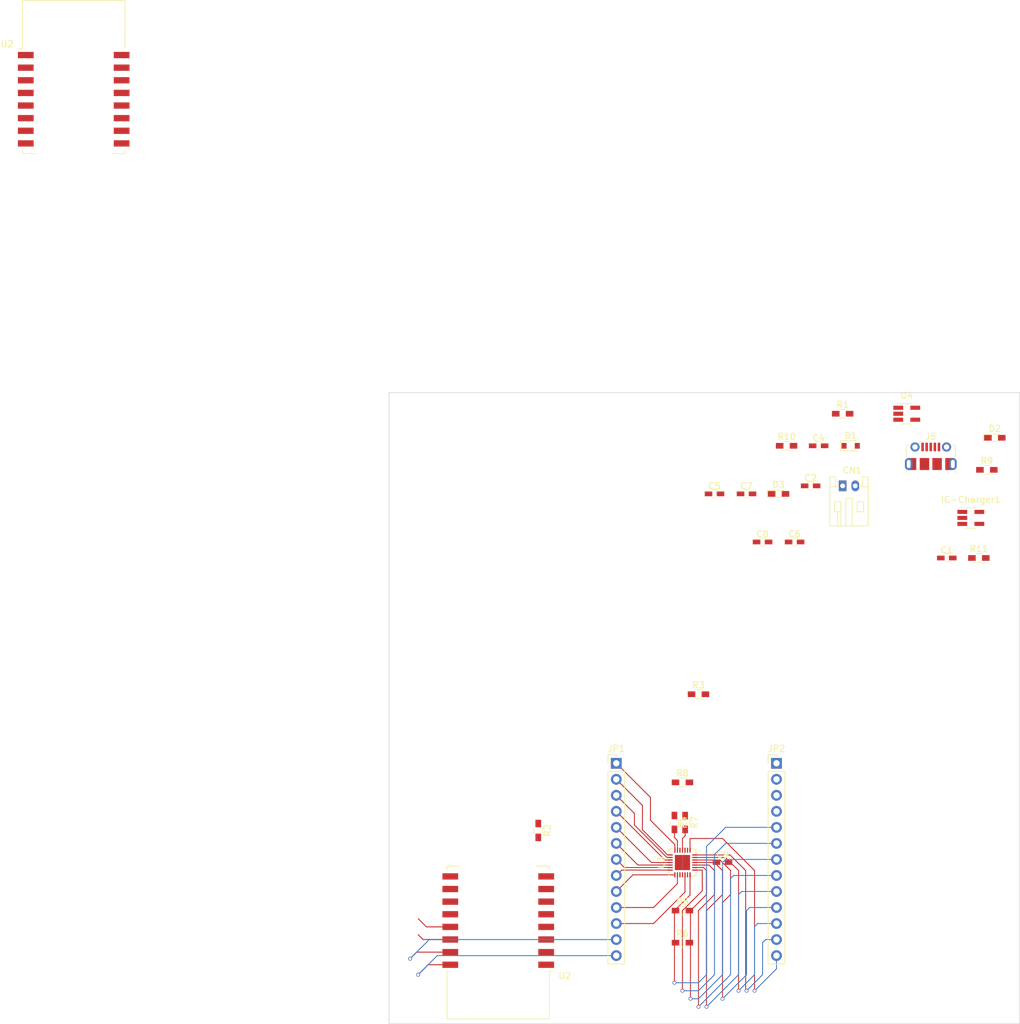
<source format=kicad_pcb>
(kicad_pcb (version 4) (host pcbnew 4.0.7)

  (general
    (links 82)
    (no_connects 59)
    (area 49.949999 49.949999 150.050001 150.050001)
    (thickness 1.6)
    (drawings 4)
    (tracks 153)
    (zones 0)
    (modules 31)
    (nets 58)
  )

  (page A4)
  (layers
    (0 F.Cu signal)
    (31 B.Cu signal)
    (32 B.Adhes user)
    (33 F.Adhes user)
    (34 B.Paste user)
    (35 F.Paste user)
    (36 B.SilkS user)
    (37 F.SilkS user)
    (38 B.Mask user)
    (39 F.Mask user)
    (40 Dwgs.User user)
    (41 Cmts.User user)
    (42 Eco1.User user)
    (43 Eco2.User user)
    (44 Edge.Cuts user)
    (45 Margin user)
    (46 B.CrtYd user)
    (47 F.CrtYd user)
    (48 B.Fab user)
    (49 F.Fab user)
  )

  (setup
    (last_trace_width 0.15)
    (user_trace_width 0.15)
    (user_trace_width 0.2)
    (user_trace_width 0.25)
    (user_trace_width 0.3)
    (trace_clearance 0.2)
    (zone_clearance 0.508)
    (zone_45_only no)
    (trace_min 0.15)
    (segment_width 0.2)
    (edge_width 0.1)
    (via_size 0.6)
    (via_drill 0.4)
    (via_min_size 0.4)
    (via_min_drill 0.3)
    (uvia_size 0.3)
    (uvia_drill 0.1)
    (uvias_allowed no)
    (uvia_min_size 0.2)
    (uvia_min_drill 0.1)
    (pcb_text_width 0.3)
    (pcb_text_size 1.5 1.5)
    (mod_edge_width 0.15)
    (mod_text_size 1 1)
    (mod_text_width 0.15)
    (pad_size 1.5 1.5)
    (pad_drill 0.6)
    (pad_to_mask_clearance 0)
    (aux_axis_origin 0 0)
    (visible_elements 7FFCFF7F)
    (pcbplotparams
      (layerselection 0x00030_80000001)
      (usegerberextensions false)
      (excludeedgelayer true)
      (linewidth 0.100000)
      (plotframeref false)
      (viasonmask false)
      (mode 1)
      (useauxorigin false)
      (hpglpennumber 1)
      (hpglpenspeed 20)
      (hpglpendiameter 15)
      (hpglpenoverlay 2)
      (psnegative false)
      (psa4output false)
      (plotreference true)
      (plotvalue true)
      (plotinvisibletext false)
      (padsonsilk false)
      (subtractmaskfromsilk false)
      (outputformat 1)
      (mirror false)
      (drillshape 1)
      (scaleselection 1)
      (outputdirectory ""))
  )

  (net 0 "")
  (net 1 GND)
  (net 2 "Net-(C1-Pad2)")
  (net 3 "Net-(C4-Pad1)")
  (net 4 "Net-(D2-Pad1)")
  (net 5 "Net-(D3-Pad2)")
  (net 6 "Net-(IC-Charger1-Pad1)")
  (net 7 "Net-(IC-Charger1-Pad5)")
  (net 8 "Net-(J5-Pad6)")
  (net 9 "Net-(J5-Pad2)")
  (net 10 "Net-(J5-Pad4)")
  (net 11 "Net-(J5-Pad3)")
  (net 12 "Net-(JP2-Pad1)")
  (net 13 "Net-(JP2-Pad2)")
  (net 14 "Net-(JP2-Pad3)")
  (net 15 "Net-(JP2-Pad4)")
  (net 16 "Net-(R1-Pad1)")
  (net 17 "Net-(R2-Pad2)")
  (net 18 "Net-(U2-Pad1)")
  (net 19 "Net-(U2-Pad2)")
  (net 20 "Net-(U2-Pad4)")
  (net 21 "Net-(U2-Pad5)")
  (net 22 "Net-(U2-Pad6)")
  (net 23 "Net-(U2-Pad7)")
  (net 24 "Net-(U2-Pad10)")
  (net 25 "Net-(U2-Pad11)")
  (net 26 "Net-(U2-Pad12)")
  (net 27 "Net-(U3-Pad17)")
  (net 28 "Net-(U4-Pad4)")
  (net 29 "Net-(C2-Pad1)")
  (net 30 VCC)
  (net 31 /CA1)
  (net 32 /CA2)
  (net 33 /CA3)
  (net 34 /CA4)
  (net 35 /CA5)
  (net 36 /CA6)
  (net 37 /CA7)
  (net 38 /CA8)
  (net 39 /CA9)
  (net 40 /Rx)
  (net 41 /Tx)
  (net 42 /CB1)
  (net 43 /CB2)
  (net 44 /CB3)
  (net 45 /CB4)
  (net 46 /CB5)
  (net 47 /CB6)
  (net 48 /CB7)
  (net 49 /CB8)
  (net 50 /CB9)
  (net 51 /SDA)
  (net 52 /SCL)
  (net 53 /CFILT)
  (net 54 /INTB)
  (net 55 /SDB)
  (net 56 /ADDR)
  (net 57 /REXT)

  (net_class Default "This is the default net class."
    (clearance 0.2)
    (trace_width 0.25)
    (via_dia 0.6)
    (via_drill 0.4)
    (uvia_dia 0.3)
    (uvia_drill 0.1)
    (add_net /ADDR)
    (add_net /CA1)
    (add_net /CA2)
    (add_net /CA3)
    (add_net /CA4)
    (add_net /CA5)
    (add_net /CA6)
    (add_net /CA7)
    (add_net /CA8)
    (add_net /CA9)
    (add_net /CB1)
    (add_net /CB2)
    (add_net /CB3)
    (add_net /CB4)
    (add_net /CB5)
    (add_net /CB6)
    (add_net /CB7)
    (add_net /CB8)
    (add_net /CB9)
    (add_net /CFILT)
    (add_net /INTB)
    (add_net /REXT)
    (add_net /Rx)
    (add_net /SCL)
    (add_net /SDA)
    (add_net /SDB)
    (add_net /Tx)
    (add_net GND)
    (add_net "Net-(C1-Pad2)")
    (add_net "Net-(C2-Pad1)")
    (add_net "Net-(C4-Pad1)")
    (add_net "Net-(D2-Pad1)")
    (add_net "Net-(D3-Pad2)")
    (add_net "Net-(IC-Charger1-Pad1)")
    (add_net "Net-(IC-Charger1-Pad5)")
    (add_net "Net-(J5-Pad2)")
    (add_net "Net-(J5-Pad3)")
    (add_net "Net-(J5-Pad4)")
    (add_net "Net-(J5-Pad6)")
    (add_net "Net-(JP2-Pad1)")
    (add_net "Net-(JP2-Pad2)")
    (add_net "Net-(JP2-Pad3)")
    (add_net "Net-(JP2-Pad4)")
    (add_net "Net-(R1-Pad1)")
    (add_net "Net-(R2-Pad2)")
    (add_net "Net-(U2-Pad1)")
    (add_net "Net-(U2-Pad10)")
    (add_net "Net-(U2-Pad11)")
    (add_net "Net-(U2-Pad12)")
    (add_net "Net-(U2-Pad2)")
    (add_net "Net-(U2-Pad4)")
    (add_net "Net-(U2-Pad5)")
    (add_net "Net-(U2-Pad6)")
    (add_net "Net-(U2-Pad7)")
    (add_net "Net-(U3-Pad17)")
    (add_net "Net-(U4-Pad4)")
    (add_net VCC)
  )

  (module Capacitors_SMD:C_0603_HandSoldering placed (layer F.Cu) (tedit 58AA848B) (tstamp 5A86A8B1)
    (at 138.43 76.2)
    (descr "Capacitor SMD 0603, hand soldering")
    (tags "capacitor 0603")
    (path /5A8256C4)
    (attr smd)
    (fp_text reference C1 (at 0 -1.25) (layer F.SilkS)
      (effects (font (size 1 1) (thickness 0.15)))
    )
    (fp_text value 10uF (at 0 1.5) (layer F.Fab)
      (effects (font (size 1 1) (thickness 0.15)))
    )
    (fp_text user %R (at 0 -1.25) (layer F.Fab)
      (effects (font (size 1 1) (thickness 0.15)))
    )
    (fp_line (start -0.8 0.4) (end -0.8 -0.4) (layer F.Fab) (width 0.1))
    (fp_line (start 0.8 0.4) (end -0.8 0.4) (layer F.Fab) (width 0.1))
    (fp_line (start 0.8 -0.4) (end 0.8 0.4) (layer F.Fab) (width 0.1))
    (fp_line (start -0.8 -0.4) (end 0.8 -0.4) (layer F.Fab) (width 0.1))
    (fp_line (start -0.35 -0.6) (end 0.35 -0.6) (layer F.SilkS) (width 0.12))
    (fp_line (start 0.35 0.6) (end -0.35 0.6) (layer F.SilkS) (width 0.12))
    (fp_line (start -1.8 -0.65) (end 1.8 -0.65) (layer F.CrtYd) (width 0.05))
    (fp_line (start -1.8 -0.65) (end -1.8 0.65) (layer F.CrtYd) (width 0.05))
    (fp_line (start 1.8 0.65) (end 1.8 -0.65) (layer F.CrtYd) (width 0.05))
    (fp_line (start 1.8 0.65) (end -1.8 0.65) (layer F.CrtYd) (width 0.05))
    (pad 1 smd rect (at -0.95 0) (size 1.2 0.75) (layers F.Cu F.Paste F.Mask)
      (net 1 GND))
    (pad 2 smd rect (at 0.95 0) (size 1.2 0.75) (layers F.Cu F.Paste F.Mask)
      (net 2 "Net-(C1-Pad2)"))
    (model Capacitors_SMD.3dshapes/C_0603.wrl
      (at (xyz 0 0 0))
      (scale (xyz 1 1 1))
      (rotate (xyz 0 0 0))
    )
  )

  (module Capacitors_SMD:C_0603_HandSoldering placed (layer F.Cu) (tedit 58AA848B) (tstamp 5A86A8C2)
    (at 116.84 64.77)
    (descr "Capacitor SMD 0603, hand soldering")
    (tags "capacitor 0603")
    (path /5A825874)
    (attr smd)
    (fp_text reference C2 (at 0 -1.25) (layer F.SilkS)
      (effects (font (size 1 1) (thickness 0.15)))
    )
    (fp_text value 10uF (at 0 1.5) (layer F.Fab)
      (effects (font (size 1 1) (thickness 0.15)))
    )
    (fp_text user %R (at 0 -1.25) (layer F.Fab)
      (effects (font (size 1 1) (thickness 0.15)))
    )
    (fp_line (start -0.8 0.4) (end -0.8 -0.4) (layer F.Fab) (width 0.1))
    (fp_line (start 0.8 0.4) (end -0.8 0.4) (layer F.Fab) (width 0.1))
    (fp_line (start 0.8 -0.4) (end 0.8 0.4) (layer F.Fab) (width 0.1))
    (fp_line (start -0.8 -0.4) (end 0.8 -0.4) (layer F.Fab) (width 0.1))
    (fp_line (start -0.35 -0.6) (end 0.35 -0.6) (layer F.SilkS) (width 0.12))
    (fp_line (start 0.35 0.6) (end -0.35 0.6) (layer F.SilkS) (width 0.12))
    (fp_line (start -1.8 -0.65) (end 1.8 -0.65) (layer F.CrtYd) (width 0.05))
    (fp_line (start -1.8 -0.65) (end -1.8 0.65) (layer F.CrtYd) (width 0.05))
    (fp_line (start 1.8 0.65) (end 1.8 -0.65) (layer F.CrtYd) (width 0.05))
    (fp_line (start 1.8 0.65) (end -1.8 0.65) (layer F.CrtYd) (width 0.05))
    (pad 1 smd rect (at -0.95 0) (size 1.2 0.75) (layers F.Cu F.Paste F.Mask)
      (net 29 "Net-(C2-Pad1)"))
    (pad 2 smd rect (at 0.95 0) (size 1.2 0.75) (layers F.Cu F.Paste F.Mask)
      (net 1 GND))
    (model Capacitors_SMD.3dshapes/C_0603.wrl
      (at (xyz 0 0 0))
      (scale (xyz 1 1 1))
      (rotate (xyz 0 0 0))
    )
  )

  (module Capacitors_SMD:C_0603_HandSoldering placed (layer F.Cu) (tedit 58AA848B) (tstamp 5A86A8D3)
    (at 118.11 58.42)
    (descr "Capacitor SMD 0603, hand soldering")
    (tags "capacitor 0603")
    (path /5A82515F)
    (attr smd)
    (fp_text reference C4 (at 0 -1.25) (layer F.SilkS)
      (effects (font (size 1 1) (thickness 0.15)))
    )
    (fp_text value 10uF (at 0 1.5) (layer F.Fab)
      (effects (font (size 1 1) (thickness 0.15)))
    )
    (fp_text user %R (at 0 -1.25) (layer F.Fab)
      (effects (font (size 1 1) (thickness 0.15)))
    )
    (fp_line (start -0.8 0.4) (end -0.8 -0.4) (layer F.Fab) (width 0.1))
    (fp_line (start 0.8 0.4) (end -0.8 0.4) (layer F.Fab) (width 0.1))
    (fp_line (start 0.8 -0.4) (end 0.8 0.4) (layer F.Fab) (width 0.1))
    (fp_line (start -0.8 -0.4) (end 0.8 -0.4) (layer F.Fab) (width 0.1))
    (fp_line (start -0.35 -0.6) (end 0.35 -0.6) (layer F.SilkS) (width 0.12))
    (fp_line (start 0.35 0.6) (end -0.35 0.6) (layer F.SilkS) (width 0.12))
    (fp_line (start -1.8 -0.65) (end 1.8 -0.65) (layer F.CrtYd) (width 0.05))
    (fp_line (start -1.8 -0.65) (end -1.8 0.65) (layer F.CrtYd) (width 0.05))
    (fp_line (start 1.8 0.65) (end 1.8 -0.65) (layer F.CrtYd) (width 0.05))
    (fp_line (start 1.8 0.65) (end -1.8 0.65) (layer F.CrtYd) (width 0.05))
    (pad 1 smd rect (at -0.95 0) (size 1.2 0.75) (layers F.Cu F.Paste F.Mask)
      (net 3 "Net-(C4-Pad1)"))
    (pad 2 smd rect (at 0.95 0) (size 1.2 0.75) (layers F.Cu F.Paste F.Mask)
      (net 1 GND))
    (model Capacitors_SMD.3dshapes/C_0603.wrl
      (at (xyz 0 0 0))
      (scale (xyz 1 1 1))
      (rotate (xyz 0 0 0))
    )
  )

  (module Capacitors_SMD:C_0603_HandSoldering placed (layer F.Cu) (tedit 58AA848B) (tstamp 5A86A8E4)
    (at 101.6 66.04)
    (descr "Capacitor SMD 0603, hand soldering")
    (tags "capacitor 0603")
    (path /5A824EFC)
    (attr smd)
    (fp_text reference C5 (at 0 -1.25) (layer F.SilkS)
      (effects (font (size 1 1) (thickness 0.15)))
    )
    (fp_text value 10uF (at 0 1.5) (layer F.Fab)
      (effects (font (size 1 1) (thickness 0.15)))
    )
    (fp_text user %R (at 0 -1.25) (layer F.Fab)
      (effects (font (size 1 1) (thickness 0.15)))
    )
    (fp_line (start -0.8 0.4) (end -0.8 -0.4) (layer F.Fab) (width 0.1))
    (fp_line (start 0.8 0.4) (end -0.8 0.4) (layer F.Fab) (width 0.1))
    (fp_line (start 0.8 -0.4) (end 0.8 0.4) (layer F.Fab) (width 0.1))
    (fp_line (start -0.8 -0.4) (end 0.8 -0.4) (layer F.Fab) (width 0.1))
    (fp_line (start -0.35 -0.6) (end 0.35 -0.6) (layer F.SilkS) (width 0.12))
    (fp_line (start 0.35 0.6) (end -0.35 0.6) (layer F.SilkS) (width 0.12))
    (fp_line (start -1.8 -0.65) (end 1.8 -0.65) (layer F.CrtYd) (width 0.05))
    (fp_line (start -1.8 -0.65) (end -1.8 0.65) (layer F.CrtYd) (width 0.05))
    (fp_line (start 1.8 0.65) (end 1.8 -0.65) (layer F.CrtYd) (width 0.05))
    (fp_line (start 1.8 0.65) (end -1.8 0.65) (layer F.CrtYd) (width 0.05))
    (pad 1 smd rect (at -0.95 0) (size 1.2 0.75) (layers F.Cu F.Paste F.Mask)
      (net 1 GND))
    (pad 2 smd rect (at 0.95 0) (size 1.2 0.75) (layers F.Cu F.Paste F.Mask)
      (net 30 VCC))
    (model Capacitors_SMD.3dshapes/C_0603.wrl
      (at (xyz 0 0 0))
      (scale (xyz 1 1 1))
      (rotate (xyz 0 0 0))
    )
  )

  (module Capacitors_SMD:C_0603_HandSoldering placed (layer F.Cu) (tedit 58AA848B) (tstamp 5A86A8F5)
    (at 114.3 73.66)
    (descr "Capacitor SMD 0603, hand soldering")
    (tags "capacitor 0603")
    (path /5A826602)
    (attr smd)
    (fp_text reference C6 (at 0 -1.25) (layer F.SilkS)
      (effects (font (size 1 1) (thickness 0.15)))
    )
    (fp_text value 10uF (at 0 1.5) (layer F.Fab)
      (effects (font (size 1 1) (thickness 0.15)))
    )
    (fp_text user %R (at 0 -1.25) (layer F.Fab)
      (effects (font (size 1 1) (thickness 0.15)))
    )
    (fp_line (start -0.8 0.4) (end -0.8 -0.4) (layer F.Fab) (width 0.1))
    (fp_line (start 0.8 0.4) (end -0.8 0.4) (layer F.Fab) (width 0.1))
    (fp_line (start 0.8 -0.4) (end 0.8 0.4) (layer F.Fab) (width 0.1))
    (fp_line (start -0.8 -0.4) (end 0.8 -0.4) (layer F.Fab) (width 0.1))
    (fp_line (start -0.35 -0.6) (end 0.35 -0.6) (layer F.SilkS) (width 0.12))
    (fp_line (start 0.35 0.6) (end -0.35 0.6) (layer F.SilkS) (width 0.12))
    (fp_line (start -1.8 -0.65) (end 1.8 -0.65) (layer F.CrtYd) (width 0.05))
    (fp_line (start -1.8 -0.65) (end -1.8 0.65) (layer F.CrtYd) (width 0.05))
    (fp_line (start 1.8 0.65) (end 1.8 -0.65) (layer F.CrtYd) (width 0.05))
    (fp_line (start 1.8 0.65) (end -1.8 0.65) (layer F.CrtYd) (width 0.05))
    (pad 1 smd rect (at -0.95 0) (size 1.2 0.75) (layers F.Cu F.Paste F.Mask)
      (net 30 VCC))
    (pad 2 smd rect (at 0.95 0) (size 1.2 0.75) (layers F.Cu F.Paste F.Mask)
      (net 1 GND))
    (model Capacitors_SMD.3dshapes/C_0603.wrl
      (at (xyz 0 0 0))
      (scale (xyz 1 1 1))
      (rotate (xyz 0 0 0))
    )
  )

  (module Capacitors_SMD:C_0603_HandSoldering placed (layer F.Cu) (tedit 58AA848B) (tstamp 5A86A906)
    (at 106.68 66.04)
    (descr "Capacitor SMD 0603, hand soldering")
    (tags "capacitor 0603")
    (path /5A82622F)
    (attr smd)
    (fp_text reference C7 (at 0 -1.25) (layer F.SilkS)
      (effects (font (size 1 1) (thickness 0.15)))
    )
    (fp_text value 10uF (at 0 1.5) (layer F.Fab)
      (effects (font (size 1 1) (thickness 0.15)))
    )
    (fp_text user %R (at 0 -1.25) (layer F.Fab)
      (effects (font (size 1 1) (thickness 0.15)))
    )
    (fp_line (start -0.8 0.4) (end -0.8 -0.4) (layer F.Fab) (width 0.1))
    (fp_line (start 0.8 0.4) (end -0.8 0.4) (layer F.Fab) (width 0.1))
    (fp_line (start 0.8 -0.4) (end 0.8 0.4) (layer F.Fab) (width 0.1))
    (fp_line (start -0.8 -0.4) (end 0.8 -0.4) (layer F.Fab) (width 0.1))
    (fp_line (start -0.35 -0.6) (end 0.35 -0.6) (layer F.SilkS) (width 0.12))
    (fp_line (start 0.35 0.6) (end -0.35 0.6) (layer F.SilkS) (width 0.12))
    (fp_line (start -1.8 -0.65) (end 1.8 -0.65) (layer F.CrtYd) (width 0.05))
    (fp_line (start -1.8 -0.65) (end -1.8 0.65) (layer F.CrtYd) (width 0.05))
    (fp_line (start 1.8 0.65) (end 1.8 -0.65) (layer F.CrtYd) (width 0.05))
    (fp_line (start 1.8 0.65) (end -1.8 0.65) (layer F.CrtYd) (width 0.05))
    (pad 1 smd rect (at -0.95 0) (size 1.2 0.75) (layers F.Cu F.Paste F.Mask)
      (net 30 VCC))
    (pad 2 smd rect (at 0.95 0) (size 1.2 0.75) (layers F.Cu F.Paste F.Mask)
      (net 1 GND))
    (model Capacitors_SMD.3dshapes/C_0603.wrl
      (at (xyz 0 0 0))
      (scale (xyz 1 1 1))
      (rotate (xyz 0 0 0))
    )
  )

  (module Capacitors_SMD:C_0603_HandSoldering placed (layer F.Cu) (tedit 58AA848B) (tstamp 5A86A917)
    (at 109.22 73.66)
    (descr "Capacitor SMD 0603, hand soldering")
    (tags "capacitor 0603")
    (path /5A8262AF)
    (attr smd)
    (fp_text reference C8 (at 0 -1.25) (layer F.SilkS)
      (effects (font (size 1 1) (thickness 0.15)))
    )
    (fp_text value 0.1uF (at 0 1.5) (layer F.Fab)
      (effects (font (size 1 1) (thickness 0.15)))
    )
    (fp_text user %R (at 0 -1.25) (layer F.Fab)
      (effects (font (size 1 1) (thickness 0.15)))
    )
    (fp_line (start -0.8 0.4) (end -0.8 -0.4) (layer F.Fab) (width 0.1))
    (fp_line (start 0.8 0.4) (end -0.8 0.4) (layer F.Fab) (width 0.1))
    (fp_line (start 0.8 -0.4) (end 0.8 0.4) (layer F.Fab) (width 0.1))
    (fp_line (start -0.8 -0.4) (end 0.8 -0.4) (layer F.Fab) (width 0.1))
    (fp_line (start -0.35 -0.6) (end 0.35 -0.6) (layer F.SilkS) (width 0.12))
    (fp_line (start 0.35 0.6) (end -0.35 0.6) (layer F.SilkS) (width 0.12))
    (fp_line (start -1.8 -0.65) (end 1.8 -0.65) (layer F.CrtYd) (width 0.05))
    (fp_line (start -1.8 -0.65) (end -1.8 0.65) (layer F.CrtYd) (width 0.05))
    (fp_line (start 1.8 0.65) (end 1.8 -0.65) (layer F.CrtYd) (width 0.05))
    (fp_line (start 1.8 0.65) (end -1.8 0.65) (layer F.CrtYd) (width 0.05))
    (pad 1 smd rect (at -0.95 0) (size 1.2 0.75) (layers F.Cu F.Paste F.Mask)
      (net 30 VCC))
    (pad 2 smd rect (at 0.95 0) (size 1.2 0.75) (layers F.Cu F.Paste F.Mask)
      (net 1 GND))
    (model Capacitors_SMD.3dshapes/C_0603.wrl
      (at (xyz 0 0 0))
      (scale (xyz 1 1 1))
      (rotate (xyz 0 0 0))
    )
  )

  (module Capacitors_SMD:C_0603_HandSoldering placed (layer F.Cu) (tedit 58AA848B) (tstamp 5A86A928)
    (at 102.87 124.46)
    (descr "Capacitor SMD 0603, hand soldering")
    (tags "capacitor 0603")
    (path /5A826DA6)
    (attr smd)
    (fp_text reference C9 (at 0 -1.25) (layer F.SilkS)
      (effects (font (size 1 1) (thickness 0.15)))
    )
    (fp_text value 0.1uF (at 0 1.5) (layer F.Fab)
      (effects (font (size 1 1) (thickness 0.15)))
    )
    (fp_text user %R (at 0 -1.25) (layer F.Fab)
      (effects (font (size 1 1) (thickness 0.15)))
    )
    (fp_line (start -0.8 0.4) (end -0.8 -0.4) (layer F.Fab) (width 0.1))
    (fp_line (start 0.8 0.4) (end -0.8 0.4) (layer F.Fab) (width 0.1))
    (fp_line (start 0.8 -0.4) (end 0.8 0.4) (layer F.Fab) (width 0.1))
    (fp_line (start -0.8 -0.4) (end 0.8 -0.4) (layer F.Fab) (width 0.1))
    (fp_line (start -0.35 -0.6) (end 0.35 -0.6) (layer F.SilkS) (width 0.12))
    (fp_line (start 0.35 0.6) (end -0.35 0.6) (layer F.SilkS) (width 0.12))
    (fp_line (start -1.8 -0.65) (end 1.8 -0.65) (layer F.CrtYd) (width 0.05))
    (fp_line (start -1.8 -0.65) (end -1.8 0.65) (layer F.CrtYd) (width 0.05))
    (fp_line (start 1.8 0.65) (end 1.8 -0.65) (layer F.CrtYd) (width 0.05))
    (fp_line (start 1.8 0.65) (end -1.8 0.65) (layer F.CrtYd) (width 0.05))
    (pad 1 smd rect (at -0.95 0) (size 1.2 0.75) (layers F.Cu F.Paste F.Mask)
      (net 53 /CFILT))
    (pad 2 smd rect (at 0.95 0) (size 1.2 0.75) (layers F.Cu F.Paste F.Mask)
      (net 1 GND))
    (model Capacitors_SMD.3dshapes/C_0603.wrl
      (at (xyz 0 0 0))
      (scale (xyz 1 1 1))
      (rotate (xyz 0 0 0))
    )
  )

  (module Connectors_JST:JST_PH_S2B-PH-K_02x2.00mm_Angled placed (layer F.Cu) (tedit 58D3FE32) (tstamp 5A86A957)
    (at 121.92 64.77)
    (descr "JST PH series connector, S2B-PH-K, side entry type, through hole, Datasheet: http://www.jst-mfg.com/product/pdf/eng/ePH.pdf")
    (tags "connector jst ph")
    (path /5A83CD05)
    (fp_text reference CN1 (at 1.5 -2.45) (layer F.SilkS)
      (effects (font (size 1 1) (thickness 0.15)))
    )
    (fp_text value JST_2PIN (at 1 7.25) (layer F.Fab)
      (effects (font (size 1 1) (thickness 0.15)))
    )
    (fp_line (start 0.5 6.35) (end 0.5 2) (layer F.SilkS) (width 0.12))
    (fp_line (start 0.5 2) (end 1.5 2) (layer F.SilkS) (width 0.12))
    (fp_line (start 1.5 2) (end 1.5 6.35) (layer F.SilkS) (width 0.12))
    (fp_line (start -0.8 0.15) (end -1.15 0.15) (layer F.SilkS) (width 0.12))
    (fp_line (start -1.15 0.15) (end -1.15 -1.45) (layer F.SilkS) (width 0.12))
    (fp_line (start -1.15 -1.45) (end -2.05 -1.45) (layer F.SilkS) (width 0.12))
    (fp_line (start -2.05 -1.45) (end -2.05 6.35) (layer F.SilkS) (width 0.12))
    (fp_line (start -2.05 6.35) (end 4.05 6.35) (layer F.SilkS) (width 0.12))
    (fp_line (start 4.05 6.35) (end 4.05 -1.45) (layer F.SilkS) (width 0.12))
    (fp_line (start 4.05 -1.45) (end 3.15 -1.45) (layer F.SilkS) (width 0.12))
    (fp_line (start 3.15 -1.45) (end 3.15 0.15) (layer F.SilkS) (width 0.12))
    (fp_line (start 3.15 0.15) (end 2.8 0.15) (layer F.SilkS) (width 0.12))
    (fp_line (start -2.05 0.15) (end -1.15 0.15) (layer F.SilkS) (width 0.12))
    (fp_line (start 4.05 0.15) (end 3.15 0.15) (layer F.SilkS) (width 0.12))
    (fp_line (start -1.3 2.5) (end -1.3 4.1) (layer F.SilkS) (width 0.12))
    (fp_line (start -1.3 4.1) (end -0.3 4.1) (layer F.SilkS) (width 0.12))
    (fp_line (start -0.3 4.1) (end -0.3 2.5) (layer F.SilkS) (width 0.12))
    (fp_line (start -0.3 2.5) (end -1.3 2.5) (layer F.SilkS) (width 0.12))
    (fp_line (start 3.3 2.5) (end 3.3 4.1) (layer F.SilkS) (width 0.12))
    (fp_line (start 3.3 4.1) (end 2.3 4.1) (layer F.SilkS) (width 0.12))
    (fp_line (start 2.3 4.1) (end 2.3 2.5) (layer F.SilkS) (width 0.12))
    (fp_line (start 2.3 2.5) (end 3.3 2.5) (layer F.SilkS) (width 0.12))
    (fp_line (start -0.3 4.1) (end -0.3 6.35) (layer F.SilkS) (width 0.12))
    (fp_line (start -0.8 4.1) (end -0.8 6.35) (layer F.SilkS) (width 0.12))
    (fp_line (start -2.45 -1.85) (end -2.45 6.75) (layer F.CrtYd) (width 0.05))
    (fp_line (start -2.45 6.75) (end 4.45 6.75) (layer F.CrtYd) (width 0.05))
    (fp_line (start 4.45 6.75) (end 4.45 -1.85) (layer F.CrtYd) (width 0.05))
    (fp_line (start 4.45 -1.85) (end -2.45 -1.85) (layer F.CrtYd) (width 0.05))
    (fp_line (start -1.25 0.25) (end -1.25 -1.35) (layer F.Fab) (width 0.1))
    (fp_line (start -1.25 -1.35) (end -1.95 -1.35) (layer F.Fab) (width 0.1))
    (fp_line (start -1.95 -1.35) (end -1.95 6.25) (layer F.Fab) (width 0.1))
    (fp_line (start -1.95 6.25) (end 3.95 6.25) (layer F.Fab) (width 0.1))
    (fp_line (start 3.95 6.25) (end 3.95 -1.35) (layer F.Fab) (width 0.1))
    (fp_line (start 3.95 -1.35) (end 3.25 -1.35) (layer F.Fab) (width 0.1))
    (fp_line (start 3.25 -1.35) (end 3.25 0.25) (layer F.Fab) (width 0.1))
    (fp_line (start 3.25 0.25) (end -1.25 0.25) (layer F.Fab) (width 0.1))
    (fp_line (start -0.8 0.15) (end -0.8 -1.05) (layer F.SilkS) (width 0.12))
    (fp_line (start 0 0.85) (end -0.5 1.35) (layer F.Fab) (width 0.1))
    (fp_line (start -0.5 1.35) (end 0.5 1.35) (layer F.Fab) (width 0.1))
    (fp_line (start 0.5 1.35) (end 0 0.85) (layer F.Fab) (width 0.1))
    (fp_text user %R (at 1 2.5) (layer F.Fab)
      (effects (font (size 1 1) (thickness 0.15)))
    )
    (pad 1 thru_hole rect (at 0 0) (size 1.2 1.7) (drill 0.75) (layers *.Cu *.Mask)
      (net 1 GND))
    (pad 2 thru_hole oval (at 2 0) (size 1.2 1.7) (drill 0.75) (layers *.Cu *.Mask)
      (net 29 "Net-(C2-Pad1)"))
    (model ${KISYS3DMOD}/Connectors_JST.3dshapes/JST_PH_S2B-PH-K_02x2.00mm_Angled.wrl
      (at (xyz 0 0 0))
      (scale (xyz 1 1 1))
      (rotate (xyz 0 0 0))
    )
  )

  (module Diodes_SMD:D_0805 placed (layer F.Cu) (tedit 590CE9A4) (tstamp 5A86A96F)
    (at 123.19 58.42)
    (descr "Diode SMD in 0805 package http://datasheets.avx.com/schottky.pdf")
    (tags "smd diode")
    (path /5A825039)
    (attr smd)
    (fp_text reference D1 (at 0 -1.6) (layer F.SilkS)
      (effects (font (size 1 1) (thickness 0.15)))
    )
    (fp_text value 20V1A (at 0 1.7) (layer F.Fab)
      (effects (font (size 1 1) (thickness 0.15)))
    )
    (fp_text user %R (at 0 -1.6) (layer F.Fab)
      (effects (font (size 1 1) (thickness 0.15)))
    )
    (fp_line (start -1.6 -0.8) (end -1.6 0.8) (layer F.SilkS) (width 0.12))
    (fp_line (start -1.7 0.88) (end -1.7 -0.88) (layer F.CrtYd) (width 0.05))
    (fp_line (start 1.7 0.88) (end -1.7 0.88) (layer F.CrtYd) (width 0.05))
    (fp_line (start 1.7 -0.88) (end 1.7 0.88) (layer F.CrtYd) (width 0.05))
    (fp_line (start -1.7 -0.88) (end 1.7 -0.88) (layer F.CrtYd) (width 0.05))
    (fp_line (start 0.2 0) (end 0.4 0) (layer F.Fab) (width 0.1))
    (fp_line (start -0.1 0) (end -0.3 0) (layer F.Fab) (width 0.1))
    (fp_line (start -0.1 -0.2) (end -0.1 0.2) (layer F.Fab) (width 0.1))
    (fp_line (start 0.2 0.2) (end 0.2 -0.2) (layer F.Fab) (width 0.1))
    (fp_line (start -0.1 0) (end 0.2 0.2) (layer F.Fab) (width 0.1))
    (fp_line (start 0.2 -0.2) (end -0.1 0) (layer F.Fab) (width 0.1))
    (fp_line (start -1 0.65) (end -1 -0.65) (layer F.Fab) (width 0.1))
    (fp_line (start 1 0.65) (end -1 0.65) (layer F.Fab) (width 0.1))
    (fp_line (start 1 -0.65) (end 1 0.65) (layer F.Fab) (width 0.1))
    (fp_line (start -1 -0.65) (end 1 -0.65) (layer F.Fab) (width 0.1))
    (fp_line (start -1.6 0.8) (end 1 0.8) (layer F.SilkS) (width 0.12))
    (fp_line (start -1.6 -0.8) (end 1 -0.8) (layer F.SilkS) (width 0.12))
    (pad 1 smd rect (at -1.05 0) (size 0.8 0.9) (layers F.Cu F.Paste F.Mask)
      (net 3 "Net-(C4-Pad1)"))
    (pad 2 smd rect (at 1.05 0) (size 0.8 0.9) (layers F.Cu F.Paste F.Mask)
      (net 29 "Net-(C2-Pad1)"))
    (model ${KISYS3DMOD}/Diodes_SMD.3dshapes/D_0805.wrl
      (at (xyz 0 0 0))
      (scale (xyz 1 1 1))
      (rotate (xyz 0 0 0))
    )
  )

  (module LEDs:LED_0603_HandSoldering placed (layer F.Cu) (tedit 595FC9C0) (tstamp 5A86A984)
    (at 146.05 57.15)
    (descr "LED SMD 0603, hand soldering")
    (tags "LED 0603")
    (path /5A83C160)
    (attr smd)
    (fp_text reference D2 (at 0 -1.45) (layer F.SilkS)
      (effects (font (size 1 1) (thickness 0.15)))
    )
    (fp_text value RED (at 0 1.55) (layer F.Fab)
      (effects (font (size 1 1) (thickness 0.15)))
    )
    (fp_line (start -1.8 -0.55) (end -1.8 0.55) (layer F.SilkS) (width 0.12))
    (fp_line (start -0.2 -0.2) (end -0.2 0.2) (layer F.Fab) (width 0.1))
    (fp_line (start -0.15 0) (end 0.15 -0.2) (layer F.Fab) (width 0.1))
    (fp_line (start 0.15 0.2) (end -0.15 0) (layer F.Fab) (width 0.1))
    (fp_line (start 0.15 -0.2) (end 0.15 0.2) (layer F.Fab) (width 0.1))
    (fp_line (start 0.8 0.4) (end -0.8 0.4) (layer F.Fab) (width 0.1))
    (fp_line (start 0.8 -0.4) (end 0.8 0.4) (layer F.Fab) (width 0.1))
    (fp_line (start -0.8 -0.4) (end 0.8 -0.4) (layer F.Fab) (width 0.1))
    (fp_line (start -1.8 0.55) (end 0.8 0.55) (layer F.SilkS) (width 0.12))
    (fp_line (start -1.8 -0.55) (end 0.8 -0.55) (layer F.SilkS) (width 0.12))
    (fp_line (start -1.96 -0.7) (end 1.95 -0.7) (layer F.CrtYd) (width 0.05))
    (fp_line (start -1.96 -0.7) (end -1.96 0.7) (layer F.CrtYd) (width 0.05))
    (fp_line (start 1.95 0.7) (end 1.95 -0.7) (layer F.CrtYd) (width 0.05))
    (fp_line (start 1.95 0.7) (end -1.96 0.7) (layer F.CrtYd) (width 0.05))
    (fp_line (start -0.8 -0.4) (end -0.8 0.4) (layer F.Fab) (width 0.1))
    (pad 1 smd rect (at -1.1 0) (size 1.2 0.9) (layers F.Cu F.Paste F.Mask)
      (net 4 "Net-(D2-Pad1)"))
    (pad 2 smd rect (at 1.1 0) (size 1.2 0.9) (layers F.Cu F.Paste F.Mask)
      (net 2 "Net-(C1-Pad2)"))
    (model ${KISYS3DMOD}/LEDs.3dshapes/LED_0603.wrl
      (at (xyz 0 0 0))
      (scale (xyz 1 1 1))
      (rotate (xyz 0 0 180))
    )
  )

  (module LEDs:LED_0603_HandSoldering placed (layer F.Cu) (tedit 595FC9C0) (tstamp 5A86A999)
    (at 111.76 66.04)
    (descr "LED SMD 0603, hand soldering")
    (tags "LED 0603")
    (path /5A83C0D3)
    (attr smd)
    (fp_text reference D3 (at 0 -1.45) (layer F.SilkS)
      (effects (font (size 1 1) (thickness 0.15)))
    )
    (fp_text value GREEN (at 0 1.55) (layer F.Fab)
      (effects (font (size 1 1) (thickness 0.15)))
    )
    (fp_line (start -1.8 -0.55) (end -1.8 0.55) (layer F.SilkS) (width 0.12))
    (fp_line (start -0.2 -0.2) (end -0.2 0.2) (layer F.Fab) (width 0.1))
    (fp_line (start -0.15 0) (end 0.15 -0.2) (layer F.Fab) (width 0.1))
    (fp_line (start 0.15 0.2) (end -0.15 0) (layer F.Fab) (width 0.1))
    (fp_line (start 0.15 -0.2) (end 0.15 0.2) (layer F.Fab) (width 0.1))
    (fp_line (start 0.8 0.4) (end -0.8 0.4) (layer F.Fab) (width 0.1))
    (fp_line (start 0.8 -0.4) (end 0.8 0.4) (layer F.Fab) (width 0.1))
    (fp_line (start -0.8 -0.4) (end 0.8 -0.4) (layer F.Fab) (width 0.1))
    (fp_line (start -1.8 0.55) (end 0.8 0.55) (layer F.SilkS) (width 0.12))
    (fp_line (start -1.8 -0.55) (end 0.8 -0.55) (layer F.SilkS) (width 0.12))
    (fp_line (start -1.96 -0.7) (end 1.95 -0.7) (layer F.CrtYd) (width 0.05))
    (fp_line (start -1.96 -0.7) (end -1.96 0.7) (layer F.CrtYd) (width 0.05))
    (fp_line (start 1.95 0.7) (end 1.95 -0.7) (layer F.CrtYd) (width 0.05))
    (fp_line (start 1.95 0.7) (end -1.96 0.7) (layer F.CrtYd) (width 0.05))
    (fp_line (start -0.8 -0.4) (end -0.8 0.4) (layer F.Fab) (width 0.1))
    (pad 1 smd rect (at -1.1 0) (size 1.2 0.9) (layers F.Cu F.Paste F.Mask)
      (net 1 GND))
    (pad 2 smd rect (at 1.1 0) (size 1.2 0.9) (layers F.Cu F.Paste F.Mask)
      (net 5 "Net-(D3-Pad2)"))
    (model ${KISYS3DMOD}/LEDs.3dshapes/LED_0603.wrl
      (at (xyz 0 0 0))
      (scale (xyz 1 1 1))
      (rotate (xyz 0 0 180))
    )
  )

  (module TO_SOT_Packages_SMD:SOT-23-5_HandSoldering placed (layer F.Cu) (tedit 58CE4E7E) (tstamp 5A86A9AE)
    (at 142.24 69.85)
    (descr "5-pin SOT23 package")
    (tags "SOT-23-5 hand-soldering")
    (path /5A826527)
    (attr smd)
    (fp_text reference IC-Charger1 (at 0 -2.9) (layer F.SilkS)
      (effects (font (size 1 1) (thickness 0.15)))
    )
    (fp_text value MCP73831_SOT23-5 (at 0 2.9) (layer F.Fab)
      (effects (font (size 1 1) (thickness 0.15)))
    )
    (fp_text user %R (at 0 0 90) (layer F.Fab)
      (effects (font (size 0.5 0.5) (thickness 0.075)))
    )
    (fp_line (start -0.9 1.61) (end 0.9 1.61) (layer F.SilkS) (width 0.12))
    (fp_line (start 0.9 -1.61) (end -1.55 -1.61) (layer F.SilkS) (width 0.12))
    (fp_line (start -0.9 -0.9) (end -0.25 -1.55) (layer F.Fab) (width 0.1))
    (fp_line (start 0.9 -1.55) (end -0.25 -1.55) (layer F.Fab) (width 0.1))
    (fp_line (start -0.9 -0.9) (end -0.9 1.55) (layer F.Fab) (width 0.1))
    (fp_line (start 0.9 1.55) (end -0.9 1.55) (layer F.Fab) (width 0.1))
    (fp_line (start 0.9 -1.55) (end 0.9 1.55) (layer F.Fab) (width 0.1))
    (fp_line (start -2.38 -1.8) (end 2.38 -1.8) (layer F.CrtYd) (width 0.05))
    (fp_line (start -2.38 -1.8) (end -2.38 1.8) (layer F.CrtYd) (width 0.05))
    (fp_line (start 2.38 1.8) (end 2.38 -1.8) (layer F.CrtYd) (width 0.05))
    (fp_line (start 2.38 1.8) (end -2.38 1.8) (layer F.CrtYd) (width 0.05))
    (pad 1 smd rect (at -1.35 -0.95) (size 1.56 0.65) (layers F.Cu F.Paste F.Mask)
      (net 6 "Net-(IC-Charger1-Pad1)"))
    (pad 2 smd rect (at -1.35 0) (size 1.56 0.65) (layers F.Cu F.Paste F.Mask)
      (net 1 GND))
    (pad 3 smd rect (at -1.35 0.95) (size 1.56 0.65) (layers F.Cu F.Paste F.Mask)
      (net 29 "Net-(C2-Pad1)"))
    (pad 4 smd rect (at 1.35 0.95) (size 1.56 0.65) (layers F.Cu F.Paste F.Mask)
      (net 2 "Net-(C1-Pad2)"))
    (pad 5 smd rect (at 1.35 -0.95) (size 1.56 0.65) (layers F.Cu F.Paste F.Mask)
      (net 7 "Net-(IC-Charger1-Pad5)"))
    (model ${KISYS3DMOD}/TO_SOT_Packages_SMD.3dshapes\SOT-23-5.wrl
      (at (xyz 0 0 0))
      (scale (xyz 1 1 1))
      (rotate (xyz 0 0 0))
    )
  )

  (module Connectors_USB:USB_Micro-B_Molex-105017-0001 placed (layer F.Cu) (tedit 598B308E) (tstamp 5A86A9D7)
    (at 135.89 60.96)
    (descr http://www.molex.com/pdm_docs/sd/1050170001_sd.pdf)
    (tags "Micro-USB SMD Typ-B")
    (path /5A83CF02)
    (attr smd)
    (fp_text reference J5 (at 0 -4) (layer F.SilkS)
      (effects (font (size 1 1) (thickness 0.15)))
    )
    (fp_text value USB_OTG (at 0.3 3.45) (layer F.Fab)
      (effects (font (size 1 1) (thickness 0.15)))
    )
    (fp_line (start -4.4 2.75) (end 4.4 2.75) (layer F.CrtYd) (width 0.05))
    (fp_line (start 4.4 -3.35) (end 4.4 2.75) (layer F.CrtYd) (width 0.05))
    (fp_line (start -4.4 -3.35) (end 4.4 -3.35) (layer F.CrtYd) (width 0.05))
    (fp_line (start -4.4 2.75) (end -4.4 -3.35) (layer F.CrtYd) (width 0.05))
    (fp_text user "PCB Edge" (at 0 1.8) (layer Dwgs.User)
      (effects (font (size 0.5 0.5) (thickness 0.08)))
    )
    (fp_line (start -3.9 -2.65) (end -3.45 -2.65) (layer F.SilkS) (width 0.12))
    (fp_line (start -3.9 -0.8) (end -3.9 -2.65) (layer F.SilkS) (width 0.12))
    (fp_line (start 3.9 1.75) (end 3.9 1.5) (layer F.SilkS) (width 0.12))
    (fp_line (start 3.75 2.5) (end 3.75 -2.5) (layer F.Fab) (width 0.1))
    (fp_line (start -3 1.801704) (end 3 1.801704) (layer F.Fab) (width 0.1))
    (fp_line (start -3.75 2.501704) (end 3.75 2.501704) (layer F.Fab) (width 0.1))
    (fp_line (start -3.75 -2.5) (end 3.75 -2.5) (layer F.Fab) (width 0.1))
    (fp_line (start -3.75 2.5) (end -3.75 -2.5) (layer F.Fab) (width 0.1))
    (fp_line (start -3.9 1.75) (end -3.9 1.5) (layer F.SilkS) (width 0.12))
    (fp_line (start 3.9 -0.8) (end 3.9 -2.65) (layer F.SilkS) (width 0.12))
    (fp_line (start 3.9 -2.65) (end 3.45 -2.65) (layer F.SilkS) (width 0.12))
    (fp_text user %R (at 0 0) (layer F.Fab)
      (effects (font (size 1 1) (thickness 0.15)))
    )
    (fp_line (start -1.7 -3.2) (end -1.25 -3.2) (layer F.SilkS) (width 0.12))
    (fp_line (start -1.7 -3.2) (end -1.7 -2.75) (layer F.SilkS) (width 0.12))
    (fp_line (start -1.3 -2.6) (end -1.5 -2.8) (layer F.Fab) (width 0.1))
    (fp_line (start -1.1 -2.8) (end -1.3 -2.6) (layer F.Fab) (width 0.1))
    (fp_line (start -1.5 -3.01) (end -1.1 -3.01) (layer F.Fab) (width 0.1))
    (fp_line (start -1.5 -3.01) (end -1.5 -2.8) (layer F.Fab) (width 0.1))
    (fp_line (start -1.1 -3.01) (end -1.1 -2.8) (layer F.Fab) (width 0.1))
    (pad 6 smd rect (at 1 0.35) (size 1.5 1.9) (layers F.Cu F.Paste F.Mask)
      (net 8 "Net-(J5-Pad6)"))
    (pad 6 thru_hole circle (at -2.5 -2.35) (size 1.45 1.45) (drill 0.85) (layers *.Cu *.Mask)
      (net 8 "Net-(J5-Pad6)"))
    (pad 2 smd rect (at -0.65 -2.35) (size 0.4 1.35) (layers F.Cu F.Paste F.Mask)
      (net 9 "Net-(J5-Pad2)"))
    (pad 1 smd rect (at -1.3 -2.35) (size 0.4 1.35) (layers F.Cu F.Paste F.Mask)
      (net 2 "Net-(C1-Pad2)"))
    (pad 5 smd rect (at 1.3 -2.35) (size 0.4 1.35) (layers F.Cu F.Paste F.Mask)
      (net 1 GND))
    (pad 4 smd rect (at 0.65 -2.35) (size 0.4 1.35) (layers F.Cu F.Paste F.Mask)
      (net 10 "Net-(J5-Pad4)"))
    (pad 3 smd rect (at 0 -2.35) (size 0.4 1.35) (layers F.Cu F.Paste F.Mask)
      (net 11 "Net-(J5-Pad3)"))
    (pad 6 thru_hole circle (at 2.5 -2.35) (size 1.45 1.45) (drill 0.85) (layers *.Cu *.Mask)
      (net 8 "Net-(J5-Pad6)"))
    (pad 6 smd rect (at -1 0.35) (size 1.5 1.9) (layers F.Cu F.Paste F.Mask)
      (net 8 "Net-(J5-Pad6)"))
    (pad 6 thru_hole oval (at -3.5 0.35 180) (size 1.2 1.9) (drill oval 0.6 1.3) (layers *.Cu *.Mask)
      (net 8 "Net-(J5-Pad6)"))
    (pad 6 thru_hole oval (at 3.5 0.35) (size 1.2 1.9) (drill oval 0.6 1.3) (layers *.Cu *.Mask)
      (net 8 "Net-(J5-Pad6)"))
    (pad 6 smd rect (at 2.9 0.35) (size 1.2 1.9) (layers F.Cu F.Mask)
      (net 8 "Net-(J5-Pad6)"))
    (pad 6 smd rect (at -2.9 0.35) (size 1.2 1.9) (layers F.Cu F.Mask)
      (net 8 "Net-(J5-Pad6)"))
    (model ${KISYS3DMOD}/Connectors_USB.3dshapes/USB_Micro-B_Molex-105017-0001.wrl
      (at (xyz 0 0 0))
      (scale (xyz 1 1 1))
      (rotate (xyz 0 0 0))
    )
  )

  (module Pin_Headers:Pin_Header_Straight_1x13_Pitch2.54mm locked (layer F.Cu) (tedit 59650532) (tstamp 5A86A9F8)
    (at 86.03 108.73)
    (descr "Through hole straight pin header, 1x13, 2.54mm pitch, single row")
    (tags "Through hole pin header THT 1x13 2.54mm single row")
    (path /5A83FCA9)
    (fp_text reference JP1 (at 0 -2.33) (layer F.SilkS)
      (effects (font (size 1 1) (thickness 0.15)))
    )
    (fp_text value PINHD-1X13 (at 0 32.81) (layer F.Fab)
      (effects (font (size 1 1) (thickness 0.15)))
    )
    (fp_line (start -0.635 -1.27) (end 1.27 -1.27) (layer F.Fab) (width 0.1))
    (fp_line (start 1.27 -1.27) (end 1.27 31.75) (layer F.Fab) (width 0.1))
    (fp_line (start 1.27 31.75) (end -1.27 31.75) (layer F.Fab) (width 0.1))
    (fp_line (start -1.27 31.75) (end -1.27 -0.635) (layer F.Fab) (width 0.1))
    (fp_line (start -1.27 -0.635) (end -0.635 -1.27) (layer F.Fab) (width 0.1))
    (fp_line (start -1.33 31.81) (end 1.33 31.81) (layer F.SilkS) (width 0.12))
    (fp_line (start -1.33 1.27) (end -1.33 31.81) (layer F.SilkS) (width 0.12))
    (fp_line (start 1.33 1.27) (end 1.33 31.81) (layer F.SilkS) (width 0.12))
    (fp_line (start -1.33 1.27) (end 1.33 1.27) (layer F.SilkS) (width 0.12))
    (fp_line (start -1.33 0) (end -1.33 -1.33) (layer F.SilkS) (width 0.12))
    (fp_line (start -1.33 -1.33) (end 0 -1.33) (layer F.SilkS) (width 0.12))
    (fp_line (start -1.8 -1.8) (end -1.8 32.25) (layer F.CrtYd) (width 0.05))
    (fp_line (start -1.8 32.25) (end 1.8 32.25) (layer F.CrtYd) (width 0.05))
    (fp_line (start 1.8 32.25) (end 1.8 -1.8) (layer F.CrtYd) (width 0.05))
    (fp_line (start 1.8 -1.8) (end -1.8 -1.8) (layer F.CrtYd) (width 0.05))
    (fp_text user %R (at 0 15.24 90) (layer F.Fab)
      (effects (font (size 1 1) (thickness 0.15)))
    )
    (pad 1 thru_hole rect (at 0 0) (size 1.7 1.7) (drill 1) (layers *.Cu *.Mask)
      (net 31 /CA1))
    (pad 2 thru_hole oval (at 0 2.54) (size 1.7 1.7) (drill 1) (layers *.Cu *.Mask)
      (net 32 /CA2))
    (pad 3 thru_hole oval (at 0 5.08) (size 1.7 1.7) (drill 1) (layers *.Cu *.Mask)
      (net 33 /CA3))
    (pad 4 thru_hole oval (at 0 7.62) (size 1.7 1.7) (drill 1) (layers *.Cu *.Mask)
      (net 34 /CA4))
    (pad 5 thru_hole oval (at 0 10.16) (size 1.7 1.7) (drill 1) (layers *.Cu *.Mask)
      (net 35 /CA5))
    (pad 6 thru_hole oval (at 0 12.7) (size 1.7 1.7) (drill 1) (layers *.Cu *.Mask)
      (net 36 /CA6))
    (pad 7 thru_hole oval (at 0 15.24) (size 1.7 1.7) (drill 1) (layers *.Cu *.Mask)
      (net 37 /CA7))
    (pad 8 thru_hole oval (at 0 17.78) (size 1.7 1.7) (drill 1) (layers *.Cu *.Mask)
      (net 38 /CA8))
    (pad 9 thru_hole oval (at 0 20.32) (size 1.7 1.7) (drill 1) (layers *.Cu *.Mask)
      (net 39 /CA9))
    (pad 10 thru_hole oval (at 0 22.86) (size 1.7 1.7) (drill 1) (layers *.Cu *.Mask)
      (net 30 VCC))
    (pad 11 thru_hole oval (at 0 25.4) (size 1.7 1.7) (drill 1) (layers *.Cu *.Mask)
      (net 1 GND))
    (pad 12 thru_hole oval (at 0 27.94) (size 1.7 1.7) (drill 1) (layers *.Cu *.Mask)
      (net 40 /Rx))
    (pad 13 thru_hole oval (at 0 30.48) (size 1.7 1.7) (drill 1) (layers *.Cu *.Mask)
      (net 41 /Tx))
    (model ${KISYS3DMOD}/Pin_Headers.3dshapes/Pin_Header_Straight_1x13_Pitch2.54mm.wrl
      (at (xyz 0 0 0))
      (scale (xyz 1 1 1))
      (rotate (xyz 0 0 0))
    )
  )

  (module Pin_Headers:Pin_Header_Straight_1x13_Pitch2.54mm locked (layer F.Cu) (tedit 59650532) (tstamp 5A86AA19)
    (at 111.43 108.73)
    (descr "Through hole straight pin header, 1x13, 2.54mm pitch, single row")
    (tags "Through hole pin header THT 1x13 2.54mm single row")
    (path /5A83FD35)
    (fp_text reference JP2 (at 0 -2.33) (layer F.SilkS)
      (effects (font (size 1 1) (thickness 0.15)))
    )
    (fp_text value PINHD-1X13 (at 0 32.81) (layer F.Fab)
      (effects (font (size 1 1) (thickness 0.15)))
    )
    (fp_line (start -0.635 -1.27) (end 1.27 -1.27) (layer F.Fab) (width 0.1))
    (fp_line (start 1.27 -1.27) (end 1.27 31.75) (layer F.Fab) (width 0.1))
    (fp_line (start 1.27 31.75) (end -1.27 31.75) (layer F.Fab) (width 0.1))
    (fp_line (start -1.27 31.75) (end -1.27 -0.635) (layer F.Fab) (width 0.1))
    (fp_line (start -1.27 -0.635) (end -0.635 -1.27) (layer F.Fab) (width 0.1))
    (fp_line (start -1.33 31.81) (end 1.33 31.81) (layer F.SilkS) (width 0.12))
    (fp_line (start -1.33 1.27) (end -1.33 31.81) (layer F.SilkS) (width 0.12))
    (fp_line (start 1.33 1.27) (end 1.33 31.81) (layer F.SilkS) (width 0.12))
    (fp_line (start -1.33 1.27) (end 1.33 1.27) (layer F.SilkS) (width 0.12))
    (fp_line (start -1.33 0) (end -1.33 -1.33) (layer F.SilkS) (width 0.12))
    (fp_line (start -1.33 -1.33) (end 0 -1.33) (layer F.SilkS) (width 0.12))
    (fp_line (start -1.8 -1.8) (end -1.8 32.25) (layer F.CrtYd) (width 0.05))
    (fp_line (start -1.8 32.25) (end 1.8 32.25) (layer F.CrtYd) (width 0.05))
    (fp_line (start 1.8 32.25) (end 1.8 -1.8) (layer F.CrtYd) (width 0.05))
    (fp_line (start 1.8 -1.8) (end -1.8 -1.8) (layer F.CrtYd) (width 0.05))
    (fp_text user %R (at 0 15.24 90) (layer F.Fab)
      (effects (font (size 1 1) (thickness 0.15)))
    )
    (pad 1 thru_hole rect (at 0 0) (size 1.7 1.7) (drill 1) (layers *.Cu *.Mask)
      (net 12 "Net-(JP2-Pad1)"))
    (pad 2 thru_hole oval (at 0 2.54) (size 1.7 1.7) (drill 1) (layers *.Cu *.Mask)
      (net 13 "Net-(JP2-Pad2)"))
    (pad 3 thru_hole oval (at 0 5.08) (size 1.7 1.7) (drill 1) (layers *.Cu *.Mask)
      (net 14 "Net-(JP2-Pad3)"))
    (pad 4 thru_hole oval (at 0 7.62) (size 1.7 1.7) (drill 1) (layers *.Cu *.Mask)
      (net 15 "Net-(JP2-Pad4)"))
    (pad 5 thru_hole oval (at 0 10.16) (size 1.7 1.7) (drill 1) (layers *.Cu *.Mask)
      (net 42 /CB1))
    (pad 6 thru_hole oval (at 0 12.7) (size 1.7 1.7) (drill 1) (layers *.Cu *.Mask)
      (net 43 /CB2))
    (pad 7 thru_hole oval (at 0 15.24) (size 1.7 1.7) (drill 1) (layers *.Cu *.Mask)
      (net 44 /CB3))
    (pad 8 thru_hole oval (at 0 17.78) (size 1.7 1.7) (drill 1) (layers *.Cu *.Mask)
      (net 45 /CB4))
    (pad 9 thru_hole oval (at 0 20.32) (size 1.7 1.7) (drill 1) (layers *.Cu *.Mask)
      (net 46 /CB5))
    (pad 10 thru_hole oval (at 0 22.86) (size 1.7 1.7) (drill 1) (layers *.Cu *.Mask)
      (net 47 /CB6))
    (pad 11 thru_hole oval (at 0 25.4) (size 1.7 1.7) (drill 1) (layers *.Cu *.Mask)
      (net 48 /CB7))
    (pad 12 thru_hole oval (at 0 27.94) (size 1.7 1.7) (drill 1) (layers *.Cu *.Mask)
      (net 49 /CB8))
    (pad 13 thru_hole oval (at 0 30.48) (size 1.7 1.7) (drill 1) (layers *.Cu *.Mask)
      (net 50 /CB9))
    (model ${KISYS3DMOD}/Pin_Headers.3dshapes/Pin_Header_Straight_1x13_Pitch2.54mm.wrl
      (at (xyz 0 0 0))
      (scale (xyz 1 1 1))
      (rotate (xyz 0 0 0))
    )
  )

  (module Resistors_SMD:R_0603_HandSoldering placed (layer F.Cu) (tedit 58E0A804) (tstamp 5A86AA2A)
    (at 121.92 53.34)
    (descr "Resistor SMD 0603, hand soldering")
    (tags "resistor 0603")
    (path /5A8251EE)
    (attr smd)
    (fp_text reference R1 (at 0 -1.45) (layer F.SilkS)
      (effects (font (size 1 1) (thickness 0.15)))
    )
    (fp_text value 10k (at 0 1.55) (layer F.Fab)
      (effects (font (size 1 1) (thickness 0.15)))
    )
    (fp_text user %R (at 0 0) (layer F.Fab)
      (effects (font (size 0.4 0.4) (thickness 0.075)))
    )
    (fp_line (start -0.8 0.4) (end -0.8 -0.4) (layer F.Fab) (width 0.1))
    (fp_line (start 0.8 0.4) (end -0.8 0.4) (layer F.Fab) (width 0.1))
    (fp_line (start 0.8 -0.4) (end 0.8 0.4) (layer F.Fab) (width 0.1))
    (fp_line (start -0.8 -0.4) (end 0.8 -0.4) (layer F.Fab) (width 0.1))
    (fp_line (start 0.5 0.68) (end -0.5 0.68) (layer F.SilkS) (width 0.12))
    (fp_line (start -0.5 -0.68) (end 0.5 -0.68) (layer F.SilkS) (width 0.12))
    (fp_line (start -1.96 -0.7) (end 1.95 -0.7) (layer F.CrtYd) (width 0.05))
    (fp_line (start -1.96 -0.7) (end -1.96 0.7) (layer F.CrtYd) (width 0.05))
    (fp_line (start 1.95 0.7) (end 1.95 -0.7) (layer F.CrtYd) (width 0.05))
    (fp_line (start 1.95 0.7) (end -1.96 0.7) (layer F.CrtYd) (width 0.05))
    (pad 1 smd rect (at -1.1 0) (size 1.2 0.9) (layers F.Cu F.Paste F.Mask)
      (net 16 "Net-(R1-Pad1)"))
    (pad 2 smd rect (at 1.1 0) (size 1.2 0.9) (layers F.Cu F.Paste F.Mask)
      (net 3 "Net-(C4-Pad1)"))
    (model ${KISYS3DMOD}/Resistors_SMD.3dshapes/R_0603.wrl
      (at (xyz 0 0 0))
      (scale (xyz 1 1 1))
      (rotate (xyz 0 0 0))
    )
  )

  (module Resistors_SMD:R_0603_HandSoldering placed (layer F.Cu) (tedit 58E0A804) (tstamp 5A86AA3B)
    (at 73.66 119.38 270)
    (descr "Resistor SMD 0603, hand soldering")
    (tags "resistor 0603")
    (path /5A811031)
    (attr smd)
    (fp_text reference R2 (at 0 -1.45 270) (layer F.SilkS)
      (effects (font (size 1 1) (thickness 0.15)))
    )
    (fp_text value 10k (at 0 1.55 270) (layer F.Fab)
      (effects (font (size 1 1) (thickness 0.15)))
    )
    (fp_text user %R (at 0 0 270) (layer F.Fab)
      (effects (font (size 0.4 0.4) (thickness 0.075)))
    )
    (fp_line (start -0.8 0.4) (end -0.8 -0.4) (layer F.Fab) (width 0.1))
    (fp_line (start 0.8 0.4) (end -0.8 0.4) (layer F.Fab) (width 0.1))
    (fp_line (start 0.8 -0.4) (end 0.8 0.4) (layer F.Fab) (width 0.1))
    (fp_line (start -0.8 -0.4) (end 0.8 -0.4) (layer F.Fab) (width 0.1))
    (fp_line (start 0.5 0.68) (end -0.5 0.68) (layer F.SilkS) (width 0.12))
    (fp_line (start -0.5 -0.68) (end 0.5 -0.68) (layer F.SilkS) (width 0.12))
    (fp_line (start -1.96 -0.7) (end 1.95 -0.7) (layer F.CrtYd) (width 0.05))
    (fp_line (start -1.96 -0.7) (end -1.96 0.7) (layer F.CrtYd) (width 0.05))
    (fp_line (start 1.95 0.7) (end 1.95 -0.7) (layer F.CrtYd) (width 0.05))
    (fp_line (start 1.95 0.7) (end -1.96 0.7) (layer F.CrtYd) (width 0.05))
    (pad 1 smd rect (at -1.1 0 270) (size 1.2 0.9) (layers F.Cu F.Paste F.Mask)
      (net 30 VCC))
    (pad 2 smd rect (at 1.1 0 270) (size 1.2 0.9) (layers F.Cu F.Paste F.Mask)
      (net 17 "Net-(R2-Pad2)"))
    (model ${KISYS3DMOD}/Resistors_SMD.3dshapes/R_0603.wrl
      (at (xyz 0 0 0))
      (scale (xyz 1 1 1))
      (rotate (xyz 0 0 0))
    )
  )

  (module Resistors_SMD:R_0603_HandSoldering placed (layer F.Cu) (tedit 58E0A804) (tstamp 5A86AA4C)
    (at 99.06 97.79)
    (descr "Resistor SMD 0603, hand soldering")
    (tags "resistor 0603")
    (path /5A8267B7)
    (attr smd)
    (fp_text reference R3 (at 0 -1.45) (layer F.SilkS)
      (effects (font (size 1 1) (thickness 0.15)))
    )
    (fp_text value 20k (at 0 1.55) (layer F.Fab)
      (effects (font (size 1 1) (thickness 0.15)))
    )
    (fp_text user %R (at 0 0) (layer F.Fab)
      (effects (font (size 0.4 0.4) (thickness 0.075)))
    )
    (fp_line (start -0.8 0.4) (end -0.8 -0.4) (layer F.Fab) (width 0.1))
    (fp_line (start 0.8 0.4) (end -0.8 0.4) (layer F.Fab) (width 0.1))
    (fp_line (start 0.8 -0.4) (end 0.8 0.4) (layer F.Fab) (width 0.1))
    (fp_line (start -0.8 -0.4) (end 0.8 -0.4) (layer F.Fab) (width 0.1))
    (fp_line (start 0.5 0.68) (end -0.5 0.68) (layer F.SilkS) (width 0.12))
    (fp_line (start -0.5 -0.68) (end 0.5 -0.68) (layer F.SilkS) (width 0.12))
    (fp_line (start -1.96 -0.7) (end 1.95 -0.7) (layer F.CrtYd) (width 0.05))
    (fp_line (start -1.96 -0.7) (end -1.96 0.7) (layer F.CrtYd) (width 0.05))
    (fp_line (start 1.95 0.7) (end 1.95 -0.7) (layer F.CrtYd) (width 0.05))
    (fp_line (start 1.95 0.7) (end -1.96 0.7) (layer F.CrtYd) (width 0.05))
    (pad 1 smd rect (at -1.1 0) (size 1.2 0.9) (layers F.Cu F.Paste F.Mask)
      (net 30 VCC))
    (pad 2 smd rect (at 1.1 0) (size 1.2 0.9) (layers F.Cu F.Paste F.Mask)
      (net 51 /SDA))
    (model ${KISYS3DMOD}/Resistors_SMD.3dshapes/R_0603.wrl
      (at (xyz 0 0 0))
      (scale (xyz 1 1 1))
      (rotate (xyz 0 0 0))
    )
  )

  (module Resistors_SMD:R_0603_HandSoldering placed (layer F.Cu) (tedit 58E0A804) (tstamp 5A86AA5D)
    (at 95.25 118.11 270)
    (descr "Resistor SMD 0603, hand soldering")
    (tags "resistor 0603")
    (path /5A8268A2)
    (attr smd)
    (fp_text reference R4 (at 0 -1.45 270) (layer F.SilkS)
      (effects (font (size 1 1) (thickness 0.15)))
    )
    (fp_text value 20k (at 0 1.55 270) (layer F.Fab)
      (effects (font (size 1 1) (thickness 0.15)))
    )
    (fp_text user %R (at 0 0 270) (layer F.Fab)
      (effects (font (size 0.4 0.4) (thickness 0.075)))
    )
    (fp_line (start -0.8 0.4) (end -0.8 -0.4) (layer F.Fab) (width 0.1))
    (fp_line (start 0.8 0.4) (end -0.8 0.4) (layer F.Fab) (width 0.1))
    (fp_line (start 0.8 -0.4) (end 0.8 0.4) (layer F.Fab) (width 0.1))
    (fp_line (start -0.8 -0.4) (end 0.8 -0.4) (layer F.Fab) (width 0.1))
    (fp_line (start 0.5 0.68) (end -0.5 0.68) (layer F.SilkS) (width 0.12))
    (fp_line (start -0.5 -0.68) (end 0.5 -0.68) (layer F.SilkS) (width 0.12))
    (fp_line (start -1.96 -0.7) (end 1.95 -0.7) (layer F.CrtYd) (width 0.05))
    (fp_line (start -1.96 -0.7) (end -1.96 0.7) (layer F.CrtYd) (width 0.05))
    (fp_line (start 1.95 0.7) (end 1.95 -0.7) (layer F.CrtYd) (width 0.05))
    (fp_line (start 1.95 0.7) (end -1.96 0.7) (layer F.CrtYd) (width 0.05))
    (pad 1 smd rect (at -1.1 0 270) (size 1.2 0.9) (layers F.Cu F.Paste F.Mask)
      (net 30 VCC))
    (pad 2 smd rect (at 1.1 0 270) (size 1.2 0.9) (layers F.Cu F.Paste F.Mask)
      (net 52 /SCL))
    (model ${KISYS3DMOD}/Resistors_SMD.3dshapes/R_0603.wrl
      (at (xyz 0 0 0))
      (scale (xyz 1 1 1))
      (rotate (xyz 0 0 0))
    )
  )

  (module Resistors_SMD:R_0603_HandSoldering placed (layer F.Cu) (tedit 58E0A804) (tstamp 5A86AA6E)
    (at 96.52 132.08)
    (descr "Resistor SMD 0603, hand soldering")
    (tags "resistor 0603")
    (path /5A826900)
    (attr smd)
    (fp_text reference R5 (at 0 -1.45) (layer F.SilkS)
      (effects (font (size 1 1) (thickness 0.15)))
    )
    (fp_text value 20k (at 0 1.55) (layer F.Fab)
      (effects (font (size 1 1) (thickness 0.15)))
    )
    (fp_text user %R (at 0 0) (layer F.Fab)
      (effects (font (size 0.4 0.4) (thickness 0.075)))
    )
    (fp_line (start -0.8 0.4) (end -0.8 -0.4) (layer F.Fab) (width 0.1))
    (fp_line (start 0.8 0.4) (end -0.8 0.4) (layer F.Fab) (width 0.1))
    (fp_line (start 0.8 -0.4) (end 0.8 0.4) (layer F.Fab) (width 0.1))
    (fp_line (start -0.8 -0.4) (end 0.8 -0.4) (layer F.Fab) (width 0.1))
    (fp_line (start 0.5 0.68) (end -0.5 0.68) (layer F.SilkS) (width 0.12))
    (fp_line (start -0.5 -0.68) (end 0.5 -0.68) (layer F.SilkS) (width 0.12))
    (fp_line (start -1.96 -0.7) (end 1.95 -0.7) (layer F.CrtYd) (width 0.05))
    (fp_line (start -1.96 -0.7) (end -1.96 0.7) (layer F.CrtYd) (width 0.05))
    (fp_line (start 1.95 0.7) (end 1.95 -0.7) (layer F.CrtYd) (width 0.05))
    (fp_line (start 1.95 0.7) (end -1.96 0.7) (layer F.CrtYd) (width 0.05))
    (pad 1 smd rect (at -1.1 0) (size 1.2 0.9) (layers F.Cu F.Paste F.Mask)
      (net 30 VCC))
    (pad 2 smd rect (at 1.1 0) (size 1.2 0.9) (layers F.Cu F.Paste F.Mask)
      (net 54 /INTB))
    (model ${KISYS3DMOD}/Resistors_SMD.3dshapes/R_0603.wrl
      (at (xyz 0 0 0))
      (scale (xyz 1 1 1))
      (rotate (xyz 0 0 0))
    )
  )

  (module Resistors_SMD:R_0603_HandSoldering placed (layer F.Cu) (tedit 58E0A804) (tstamp 5A86AA7F)
    (at 96.52 137.16)
    (descr "Resistor SMD 0603, hand soldering")
    (tags "resistor 0603")
    (path /5A827060)
    (attr smd)
    (fp_text reference R6 (at 0 -1.45) (layer F.SilkS)
      (effects (font (size 1 1) (thickness 0.15)))
    )
    (fp_text value 20k (at 0 1.55) (layer F.Fab)
      (effects (font (size 1 1) (thickness 0.15)))
    )
    (fp_text user %R (at 0 0) (layer F.Fab)
      (effects (font (size 0.4 0.4) (thickness 0.075)))
    )
    (fp_line (start -0.8 0.4) (end -0.8 -0.4) (layer F.Fab) (width 0.1))
    (fp_line (start 0.8 0.4) (end -0.8 0.4) (layer F.Fab) (width 0.1))
    (fp_line (start 0.8 -0.4) (end 0.8 0.4) (layer F.Fab) (width 0.1))
    (fp_line (start -0.8 -0.4) (end 0.8 -0.4) (layer F.Fab) (width 0.1))
    (fp_line (start 0.5 0.68) (end -0.5 0.68) (layer F.SilkS) (width 0.12))
    (fp_line (start -0.5 -0.68) (end 0.5 -0.68) (layer F.SilkS) (width 0.12))
    (fp_line (start -1.96 -0.7) (end 1.95 -0.7) (layer F.CrtYd) (width 0.05))
    (fp_line (start -1.96 -0.7) (end -1.96 0.7) (layer F.CrtYd) (width 0.05))
    (fp_line (start 1.95 0.7) (end 1.95 -0.7) (layer F.CrtYd) (width 0.05))
    (fp_line (start 1.95 0.7) (end -1.96 0.7) (layer F.CrtYd) (width 0.05))
    (pad 1 smd rect (at -1.1 0) (size 1.2 0.9) (layers F.Cu F.Paste F.Mask)
      (net 30 VCC))
    (pad 2 smd rect (at 1.1 0) (size 1.2 0.9) (layers F.Cu F.Paste F.Mask)
      (net 55 /SDB))
    (model ${KISYS3DMOD}/Resistors_SMD.3dshapes/R_0603.wrl
      (at (xyz 0 0 0))
      (scale (xyz 1 1 1))
      (rotate (xyz 0 0 0))
    )
  )

  (module Resistors_SMD:R_0603_HandSoldering placed (layer F.Cu) (tedit 58E0A804) (tstamp 5A86AA90)
    (at 96.94672 118.12016 270)
    (descr "Resistor SMD 0603, hand soldering")
    (tags "resistor 0603")
    (path /5A826D3D)
    (attr smd)
    (fp_text reference R7 (at 0 -1.45 270) (layer F.SilkS)
      (effects (font (size 1 1) (thickness 0.15)))
    )
    (fp_text value 20k (at 0 1.55 270) (layer F.Fab)
      (effects (font (size 1 1) (thickness 0.15)))
    )
    (fp_text user %R (at 0 0 270) (layer F.Fab)
      (effects (font (size 0.4 0.4) (thickness 0.075)))
    )
    (fp_line (start -0.8 0.4) (end -0.8 -0.4) (layer F.Fab) (width 0.1))
    (fp_line (start 0.8 0.4) (end -0.8 0.4) (layer F.Fab) (width 0.1))
    (fp_line (start 0.8 -0.4) (end 0.8 0.4) (layer F.Fab) (width 0.1))
    (fp_line (start -0.8 -0.4) (end 0.8 -0.4) (layer F.Fab) (width 0.1))
    (fp_line (start 0.5 0.68) (end -0.5 0.68) (layer F.SilkS) (width 0.12))
    (fp_line (start -0.5 -0.68) (end 0.5 -0.68) (layer F.SilkS) (width 0.12))
    (fp_line (start -1.96 -0.7) (end 1.95 -0.7) (layer F.CrtYd) (width 0.05))
    (fp_line (start -1.96 -0.7) (end -1.96 0.7) (layer F.CrtYd) (width 0.05))
    (fp_line (start 1.95 0.7) (end 1.95 -0.7) (layer F.CrtYd) (width 0.05))
    (fp_line (start 1.95 0.7) (end -1.96 0.7) (layer F.CrtYd) (width 0.05))
    (pad 1 smd rect (at -1.1 0 270) (size 1.2 0.9) (layers F.Cu F.Paste F.Mask)
      (net 1 GND))
    (pad 2 smd rect (at 1.1 0 270) (size 1.2 0.9) (layers F.Cu F.Paste F.Mask)
      (net 56 /ADDR))
    (model ${KISYS3DMOD}/Resistors_SMD.3dshapes/R_0603.wrl
      (at (xyz 0 0 0))
      (scale (xyz 1 1 1))
      (rotate (xyz 0 0 0))
    )
  )

  (module Resistors_SMD:R_0603_HandSoldering placed (layer F.Cu) (tedit 58E0A804) (tstamp 5A86AAA1)
    (at 96.52 111.76)
    (descr "Resistor SMD 0603, hand soldering")
    (tags "resistor 0603")
    (path /5A82695E)
    (attr smd)
    (fp_text reference R8 (at 0 -1.45) (layer F.SilkS)
      (effects (font (size 1 1) (thickness 0.15)))
    )
    (fp_text value 20k (at 0 1.55) (layer F.Fab)
      (effects (font (size 1 1) (thickness 0.15)))
    )
    (fp_text user %R (at 0 0) (layer F.Fab)
      (effects (font (size 0.4 0.4) (thickness 0.075)))
    )
    (fp_line (start -0.8 0.4) (end -0.8 -0.4) (layer F.Fab) (width 0.1))
    (fp_line (start 0.8 0.4) (end -0.8 0.4) (layer F.Fab) (width 0.1))
    (fp_line (start 0.8 -0.4) (end 0.8 0.4) (layer F.Fab) (width 0.1))
    (fp_line (start -0.8 -0.4) (end 0.8 -0.4) (layer F.Fab) (width 0.1))
    (fp_line (start 0.5 0.68) (end -0.5 0.68) (layer F.SilkS) (width 0.12))
    (fp_line (start -0.5 -0.68) (end 0.5 -0.68) (layer F.SilkS) (width 0.12))
    (fp_line (start -1.96 -0.7) (end 1.95 -0.7) (layer F.CrtYd) (width 0.05))
    (fp_line (start -1.96 -0.7) (end -1.96 0.7) (layer F.CrtYd) (width 0.05))
    (fp_line (start 1.95 0.7) (end 1.95 -0.7) (layer F.CrtYd) (width 0.05))
    (fp_line (start 1.95 0.7) (end -1.96 0.7) (layer F.CrtYd) (width 0.05))
    (pad 1 smd rect (at -1.1 0) (size 1.2 0.9) (layers F.Cu F.Paste F.Mask)
      (net 1 GND))
    (pad 2 smd rect (at 1.1 0) (size 1.2 0.9) (layers F.Cu F.Paste F.Mask)
      (net 57 /REXT))
    (model ${KISYS3DMOD}/Resistors_SMD.3dshapes/R_0603.wrl
      (at (xyz 0 0 0))
      (scale (xyz 1 1 1))
      (rotate (xyz 0 0 0))
    )
  )

  (module Resistors_SMD:R_0603_HandSoldering placed (layer F.Cu) (tedit 58E0A804) (tstamp 5A86AAB2)
    (at 144.78 62.23)
    (descr "Resistor SMD 0603, hand soldering")
    (tags "resistor 0603")
    (path /5A83C318)
    (attr smd)
    (fp_text reference R9 (at 0 -1.45) (layer F.SilkS)
      (effects (font (size 1 1) (thickness 0.15)))
    )
    (fp_text value 470 (at 0 1.55) (layer F.Fab)
      (effects (font (size 1 1) (thickness 0.15)))
    )
    (fp_text user %R (at 0 0) (layer F.Fab)
      (effects (font (size 0.4 0.4) (thickness 0.075)))
    )
    (fp_line (start -0.8 0.4) (end -0.8 -0.4) (layer F.Fab) (width 0.1))
    (fp_line (start 0.8 0.4) (end -0.8 0.4) (layer F.Fab) (width 0.1))
    (fp_line (start 0.8 -0.4) (end 0.8 0.4) (layer F.Fab) (width 0.1))
    (fp_line (start -0.8 -0.4) (end 0.8 -0.4) (layer F.Fab) (width 0.1))
    (fp_line (start 0.5 0.68) (end -0.5 0.68) (layer F.SilkS) (width 0.12))
    (fp_line (start -0.5 -0.68) (end 0.5 -0.68) (layer F.SilkS) (width 0.12))
    (fp_line (start -1.96 -0.7) (end 1.95 -0.7) (layer F.CrtYd) (width 0.05))
    (fp_line (start -1.96 -0.7) (end -1.96 0.7) (layer F.CrtYd) (width 0.05))
    (fp_line (start 1.95 0.7) (end 1.95 -0.7) (layer F.CrtYd) (width 0.05))
    (fp_line (start 1.95 0.7) (end -1.96 0.7) (layer F.CrtYd) (width 0.05))
    (pad 1 smd rect (at -1.1 0) (size 1.2 0.9) (layers F.Cu F.Paste F.Mask)
      (net 6 "Net-(IC-Charger1-Pad1)"))
    (pad 2 smd rect (at 1.1 0) (size 1.2 0.9) (layers F.Cu F.Paste F.Mask)
      (net 4 "Net-(D2-Pad1)"))
    (model ${KISYS3DMOD}/Resistors_SMD.3dshapes/R_0603.wrl
      (at (xyz 0 0 0))
      (scale (xyz 1 1 1))
      (rotate (xyz 0 0 0))
    )
  )

  (module Resistors_SMD:R_0603_HandSoldering placed (layer F.Cu) (tedit 58E0A804) (tstamp 5A86AAC3)
    (at 113.03 58.42)
    (descr "Resistor SMD 0603, hand soldering")
    (tags "resistor 0603")
    (path /5A83C272)
    (attr smd)
    (fp_text reference R10 (at 0 -1.45) (layer F.SilkS)
      (effects (font (size 1 1) (thickness 0.15)))
    )
    (fp_text value 470 (at 0 1.55) (layer F.Fab)
      (effects (font (size 1 1) (thickness 0.15)))
    )
    (fp_text user %R (at 0 0) (layer F.Fab)
      (effects (font (size 0.4 0.4) (thickness 0.075)))
    )
    (fp_line (start -0.8 0.4) (end -0.8 -0.4) (layer F.Fab) (width 0.1))
    (fp_line (start 0.8 0.4) (end -0.8 0.4) (layer F.Fab) (width 0.1))
    (fp_line (start 0.8 -0.4) (end 0.8 0.4) (layer F.Fab) (width 0.1))
    (fp_line (start -0.8 -0.4) (end 0.8 -0.4) (layer F.Fab) (width 0.1))
    (fp_line (start 0.5 0.68) (end -0.5 0.68) (layer F.SilkS) (width 0.12))
    (fp_line (start -0.5 -0.68) (end 0.5 -0.68) (layer F.SilkS) (width 0.12))
    (fp_line (start -1.96 -0.7) (end 1.95 -0.7) (layer F.CrtYd) (width 0.05))
    (fp_line (start -1.96 -0.7) (end -1.96 0.7) (layer F.CrtYd) (width 0.05))
    (fp_line (start 1.95 0.7) (end 1.95 -0.7) (layer F.CrtYd) (width 0.05))
    (fp_line (start 1.95 0.7) (end -1.96 0.7) (layer F.CrtYd) (width 0.05))
    (pad 1 smd rect (at -1.1 0) (size 1.2 0.9) (layers F.Cu F.Paste F.Mask)
      (net 6 "Net-(IC-Charger1-Pad1)"))
    (pad 2 smd rect (at 1.1 0) (size 1.2 0.9) (layers F.Cu F.Paste F.Mask)
      (net 5 "Net-(D3-Pad2)"))
    (model ${KISYS3DMOD}/Resistors_SMD.3dshapes/R_0603.wrl
      (at (xyz 0 0 0))
      (scale (xyz 1 1 1))
      (rotate (xyz 0 0 0))
    )
  )

  (module Resistors_SMD:R_0603_HandSoldering placed (layer F.Cu) (tedit 58E0A804) (tstamp 5A86AAD4)
    (at 143.51 76.2)
    (descr "Resistor SMD 0603, hand soldering")
    (tags "resistor 0603")
    (path /5A83D282)
    (attr smd)
    (fp_text reference R11 (at 0 -1.45) (layer F.SilkS)
      (effects (font (size 1 1) (thickness 0.15)))
    )
    (fp_text value 10k (at 0 1.55) (layer F.Fab)
      (effects (font (size 1 1) (thickness 0.15)))
    )
    (fp_text user %R (at 0 0) (layer F.Fab)
      (effects (font (size 0.4 0.4) (thickness 0.075)))
    )
    (fp_line (start -0.8 0.4) (end -0.8 -0.4) (layer F.Fab) (width 0.1))
    (fp_line (start 0.8 0.4) (end -0.8 0.4) (layer F.Fab) (width 0.1))
    (fp_line (start 0.8 -0.4) (end 0.8 0.4) (layer F.Fab) (width 0.1))
    (fp_line (start -0.8 -0.4) (end 0.8 -0.4) (layer F.Fab) (width 0.1))
    (fp_line (start 0.5 0.68) (end -0.5 0.68) (layer F.SilkS) (width 0.12))
    (fp_line (start -0.5 -0.68) (end 0.5 -0.68) (layer F.SilkS) (width 0.12))
    (fp_line (start -1.96 -0.7) (end 1.95 -0.7) (layer F.CrtYd) (width 0.05))
    (fp_line (start -1.96 -0.7) (end -1.96 0.7) (layer F.CrtYd) (width 0.05))
    (fp_line (start 1.95 0.7) (end 1.95 -0.7) (layer F.CrtYd) (width 0.05))
    (fp_line (start 1.95 0.7) (end -1.96 0.7) (layer F.CrtYd) (width 0.05))
    (pad 1 smd rect (at -1.1 0) (size 1.2 0.9) (layers F.Cu F.Paste F.Mask)
      (net 1 GND))
    (pad 2 smd rect (at 1.1 0) (size 1.2 0.9) (layers F.Cu F.Paste F.Mask)
      (net 7 "Net-(IC-Charger1-Pad5)"))
    (model ${KISYS3DMOD}/Resistors_SMD.3dshapes/R_0603.wrl
      (at (xyz 0 0 0))
      (scale (xyz 1 1 1))
      (rotate (xyz 0 0 0))
    )
  )

  (module Housings_DFN_QFN:QFN-28-1EP_4x4mm_Pitch0.4mm locked (layer F.Cu) (tedit 54130A77) (tstamp 5A86AB43)
    (at 96.52 124.46 90)
    (descr "28-Lead Plastic Quad Flat, No Lead Package (MK) - 4x4x0.9 mm Body [QFN]; (see Microchip Packaging Specification 00000049BS.pdf)")
    (tags "QFN 0.4")
    (path /5A8260E4)
    (attr smd)
    (fp_text reference U3 (at 0 -3.35 90) (layer F.SilkS)
      (effects (font (size 1 1) (thickness 0.15)))
    )
    (fp_text value IS31FL3731 (at 0 3.35 90) (layer F.Fab)
      (effects (font (size 1 1) (thickness 0.15)))
    )
    (fp_line (start -1 -2) (end 2 -2) (layer F.Fab) (width 0.15))
    (fp_line (start 2 -2) (end 2 2) (layer F.Fab) (width 0.15))
    (fp_line (start 2 2) (end -2 2) (layer F.Fab) (width 0.15))
    (fp_line (start -2 2) (end -2 -1) (layer F.Fab) (width 0.15))
    (fp_line (start -2 -1) (end -1 -2) (layer F.Fab) (width 0.15))
    (fp_line (start -2.6 -2.6) (end -2.6 2.6) (layer F.CrtYd) (width 0.05))
    (fp_line (start 2.6 -2.6) (end 2.6 2.6) (layer F.CrtYd) (width 0.05))
    (fp_line (start -2.6 -2.6) (end 2.6 -2.6) (layer F.CrtYd) (width 0.05))
    (fp_line (start -2.6 2.6) (end 2.6 2.6) (layer F.CrtYd) (width 0.05))
    (fp_line (start 2.15 -2.15) (end 2.15 -1.525) (layer F.SilkS) (width 0.15))
    (fp_line (start -2.15 2.15) (end -2.15 1.525) (layer F.SilkS) (width 0.15))
    (fp_line (start 2.15 2.15) (end 2.15 1.525) (layer F.SilkS) (width 0.15))
    (fp_line (start -2.15 -2.15) (end -1.525 -2.15) (layer F.SilkS) (width 0.15))
    (fp_line (start -2.15 2.15) (end -1.525 2.15) (layer F.SilkS) (width 0.15))
    (fp_line (start 2.15 2.15) (end 1.525 2.15) (layer F.SilkS) (width 0.15))
    (fp_line (start 2.15 -2.15) (end 1.525 -2.15) (layer F.SilkS) (width 0.15))
    (pad 1 smd rect (at -1.95 -1.2 90) (size 0.8 0.2) (layers F.Cu F.Paste F.Mask)
      (net 39 /CA9))
    (pad 2 smd rect (at -1.95 -0.8 90) (size 0.8 0.2) (layers F.Cu F.Paste F.Mask)
      (net 30 VCC))
    (pad 3 smd rect (at -1.95 -0.4 90) (size 0.8 0.2) (layers F.Cu F.Paste F.Mask)
      (net 55 /SDB))
    (pad 4 smd rect (at -1.95 0 90) (size 0.8 0.2) (layers F.Cu F.Paste F.Mask)
      (net 54 /INTB))
    (pad 5 smd rect (at -1.95 0.4 90) (size 0.8 0.2) (layers F.Cu F.Paste F.Mask)
      (net 1 GND))
    (pad 6 smd rect (at -1.95 0.8 90) (size 0.8 0.2) (layers F.Cu F.Paste F.Mask)
      (net 57 /REXT))
    (pad 7 smd rect (at -1.95 1.2 90) (size 0.8 0.2) (layers F.Cu F.Paste F.Mask)
      (net 42 /CB1))
    (pad 8 smd rect (at -1.2 1.95 180) (size 0.8 0.2) (layers F.Cu F.Paste F.Mask)
      (net 43 /CB2))
    (pad 9 smd rect (at -0.8 1.95 180) (size 0.8 0.2) (layers F.Cu F.Paste F.Mask)
      (net 44 /CB3))
    (pad 10 smd rect (at -0.4 1.95 180) (size 0.8 0.2) (layers F.Cu F.Paste F.Mask)
      (net 45 /CB4))
    (pad 11 smd rect (at 0 1.95 180) (size 0.8 0.2) (layers F.Cu F.Paste F.Mask)
      (net 46 /CB5))
    (pad 12 smd rect (at 0.4 1.95 180) (size 0.8 0.2) (layers F.Cu F.Paste F.Mask)
      (net 47 /CB6))
    (pad 13 smd rect (at 0.8 1.95 180) (size 0.8 0.2) (layers F.Cu F.Paste F.Mask)
      (net 48 /CB7))
    (pad 14 smd rect (at 1.2 1.95 180) (size 0.8 0.2) (layers F.Cu F.Paste F.Mask)
      (net 49 /CB8))
    (pad 15 smd rect (at 1.95 1.2 90) (size 0.8 0.2) (layers F.Cu F.Paste F.Mask)
      (net 50 /CB9))
    (pad 16 smd rect (at 1.95 0.8 90) (size 0.8 0.2) (layers F.Cu F.Paste F.Mask)
      (net 53 /CFILT))
    (pad 17 smd rect (at 1.95 0.4 90) (size 0.8 0.2) (layers F.Cu F.Paste F.Mask)
      (net 27 "Net-(U3-Pad17)"))
    (pad 18 smd rect (at 1.95 0 90) (size 0.8 0.2) (layers F.Cu F.Paste F.Mask)
      (net 56 /ADDR))
    (pad 19 smd rect (at 1.95 -0.4 90) (size 0.8 0.2) (layers F.Cu F.Paste F.Mask)
      (net 51 /SDA))
    (pad 20 smd rect (at 1.95 -0.8 90) (size 0.8 0.2) (layers F.Cu F.Paste F.Mask)
      (net 52 /SCL))
    (pad 21 smd rect (at 1.95 -1.2 90) (size 0.8 0.2) (layers F.Cu F.Paste F.Mask)
      (net 31 /CA1))
    (pad 22 smd rect (at 1.2 -1.95 180) (size 0.8 0.2) (layers F.Cu F.Paste F.Mask)
      (net 32 /CA2))
    (pad 23 smd rect (at 0.8 -1.95 180) (size 0.8 0.2) (layers F.Cu F.Paste F.Mask)
      (net 33 /CA3))
    (pad 24 smd rect (at 0.4 -1.95 180) (size 0.8 0.2) (layers F.Cu F.Paste F.Mask)
      (net 34 /CA4))
    (pad 25 smd rect (at 0 -1.95 180) (size 0.8 0.2) (layers F.Cu F.Paste F.Mask)
      (net 35 /CA5))
    (pad 26 smd rect (at -0.4 -1.95 180) (size 0.8 0.2) (layers F.Cu F.Paste F.Mask)
      (net 36 /CA6))
    (pad 27 smd rect (at -0.8 -1.95 180) (size 0.8 0.2) (layers F.Cu F.Paste F.Mask)
      (net 37 /CA7))
    (pad 28 smd rect (at -1.2 -1.95 180) (size 0.8 0.2) (layers F.Cu F.Paste F.Mask)
      (net 38 /CA8))
    (pad 29 smd rect (at 0.6 0.6 90) (size 1.2 1.2) (layers F.Cu F.Paste F.Mask)
      (solder_paste_margin_ratio -0.2))
    (pad 29 smd rect (at 0.6 -0.6 90) (size 1.2 1.2) (layers F.Cu F.Paste F.Mask)
      (solder_paste_margin_ratio -0.2))
    (pad 29 smd rect (at -0.6 0.6 90) (size 1.2 1.2) (layers F.Cu F.Paste F.Mask)
      (solder_paste_margin_ratio -0.2))
    (pad 29 smd rect (at -0.6 -0.6 90) (size 1.2 1.2) (layers F.Cu F.Paste F.Mask)
      (solder_paste_margin_ratio -0.2))
    (model ${KISYS3DMOD}/Housings_DFN_QFN.3dshapes/QFN-28-1EP_4x4mm_Pitch0.4mm.wrl
      (at (xyz 0 0 0))
      (scale (xyz 1 1 1))
      (rotate (xyz 0 0 0))
    )
  )

  (module TO_SOT_Packages_SMD:SOT-23-5_HandSoldering placed (layer F.Cu) (tedit 58CE4E7E) (tstamp 5A86AB58)
    (at 132.08 53.34)
    (descr "5-pin SOT23 package")
    (tags "SOT-23-5 hand-soldering")
    (path /5A824D18)
    (attr smd)
    (fp_text reference U4 (at 0 -2.9) (layer F.SilkS)
      (effects (font (size 1 1) (thickness 0.15)))
    )
    (fp_text value AP2112K-3.3 (at 0 2.9) (layer F.Fab)
      (effects (font (size 1 1) (thickness 0.15)))
    )
    (fp_text user %R (at 0 0 90) (layer F.Fab)
      (effects (font (size 0.5 0.5) (thickness 0.075)))
    )
    (fp_line (start -0.9 1.61) (end 0.9 1.61) (layer F.SilkS) (width 0.12))
    (fp_line (start 0.9 -1.61) (end -1.55 -1.61) (layer F.SilkS) (width 0.12))
    (fp_line (start -0.9 -0.9) (end -0.25 -1.55) (layer F.Fab) (width 0.1))
    (fp_line (start 0.9 -1.55) (end -0.25 -1.55) (layer F.Fab) (width 0.1))
    (fp_line (start -0.9 -0.9) (end -0.9 1.55) (layer F.Fab) (width 0.1))
    (fp_line (start 0.9 1.55) (end -0.9 1.55) (layer F.Fab) (width 0.1))
    (fp_line (start 0.9 -1.55) (end 0.9 1.55) (layer F.Fab) (width 0.1))
    (fp_line (start -2.38 -1.8) (end 2.38 -1.8) (layer F.CrtYd) (width 0.05))
    (fp_line (start -2.38 -1.8) (end -2.38 1.8) (layer F.CrtYd) (width 0.05))
    (fp_line (start 2.38 1.8) (end 2.38 -1.8) (layer F.CrtYd) (width 0.05))
    (fp_line (start 2.38 1.8) (end -2.38 1.8) (layer F.CrtYd) (width 0.05))
    (pad 1 smd rect (at -1.35 -0.95) (size 1.56 0.65) (layers F.Cu F.Paste F.Mask)
      (net 3 "Net-(C4-Pad1)"))
    (pad 2 smd rect (at -1.35 0) (size 1.56 0.65) (layers F.Cu F.Paste F.Mask)
      (net 1 GND))
    (pad 3 smd rect (at -1.35 0.95) (size 1.56 0.65) (layers F.Cu F.Paste F.Mask)
      (net 16 "Net-(R1-Pad1)"))
    (pad 4 smd rect (at 1.35 0.95) (size 1.56 0.65) (layers F.Cu F.Paste F.Mask)
      (net 28 "Net-(U4-Pad4)"))
    (pad 5 smd rect (at 1.35 -0.95) (size 1.56 0.65) (layers F.Cu F.Paste F.Mask)
      (net 30 VCC))
    (model ${KISYS3DMOD}/TO_SOT_Packages_SMD.3dshapes\SOT-23-5.wrl
      (at (xyz 0 0 0))
      (scale (xyz 1 1 1))
      (rotate (xyz 0 0 0))
    )
  )

  (module asdf:ESP-12E placed (layer F.Cu) (tedit 5A8519A2) (tstamp 5A86AB0F)
    (at 67.31 137.16 180)
    (descr "Wi-Fi Module, http://wiki.ai-thinker.com/_media/esp8266/docs/aithinker_esp_12f_datasheet_en.pdf")
    (tags "Wi-Fi Module")
    (path /5A810F8A)
    (attr smd)
    (fp_text reference U2 (at -10.56 -5.26 180) (layer F.SilkS)
      (effects (font (size 1 1) (thickness 0.15)))
    )
    (fp_text value ESP-12 (at -0.06 -12.78 180) (layer F.Fab)
      (effects (font (size 1 1) (thickness 0.15)))
    )
    (fp_text user Antenna (at -0.06 -7 360) (layer Cmts.User)
      (effects (font (size 1 1) (thickness 0.15)))
    )
    (fp_text user "KEEP-OUT ZONE" (at 0.03 -9.55 360) (layer Cmts.User)
      (effects (font (size 1 1) (thickness 0.15)))
    )
    (fp_text user %R (at 0.49 -0.8 180) (layer F.Fab)
      (effects (font (size 1 1) (thickness 0.15)))
    )
    (fp_line (start -8 -12) (end 8 -12) (layer F.Fab) (width 0.12))
    (fp_line (start 8 -12) (end 8 12) (layer F.Fab) (width 0.12))
    (fp_line (start 8 12) (end -8 12) (layer F.Fab) (width 0.12))
    (fp_line (start -8 12) (end -8 -3) (layer F.Fab) (width 0.12))
    (fp_line (start -8 -3) (end -7.5 -3.5) (layer F.Fab) (width 0.12))
    (fp_line (start -7.5 -3.5) (end -8 -4) (layer F.Fab) (width 0.12))
    (fp_line (start -8 -4) (end -8 -12) (layer F.Fab) (width 0.12))
    (fp_line (start -9.05 -12.2) (end 9.05 -12.2) (layer F.CrtYd) (width 0.05))
    (fp_line (start 9.05 -12.2) (end 9.05 13.1) (layer F.CrtYd) (width 0.05))
    (fp_line (start 9.05 13.1) (end -9.05 13.1) (layer F.CrtYd) (width 0.05))
    (fp_line (start -9.05 13.1) (end -9.05 -12.2) (layer F.CrtYd) (width 0.05))
    (fp_line (start -8.12 -12.12) (end 8.12 -12.12) (layer F.SilkS) (width 0.12))
    (fp_line (start 8.12 -12.12) (end 8.12 -4.5) (layer F.SilkS) (width 0.12))
    (fp_line (start 8.12 11.5) (end 8.12 12.12) (layer F.SilkS) (width 0.12))
    (fp_line (start 8.12 12.12) (end 6 12.12) (layer F.SilkS) (width 0.12))
    (fp_line (start -6 12.12) (end -8.12 12.12) (layer F.SilkS) (width 0.12))
    (fp_line (start -8.12 12.12) (end -8.12 11.5) (layer F.SilkS) (width 0.12))
    (fp_line (start -8.12 -4.5) (end -8.12 -12.12) (layer F.SilkS) (width 0.12))
    (fp_line (start -8.12 -4.5) (end -8.73 -4.5) (layer F.SilkS) (width 0.12))
    (fp_line (start -8.12 -12.12) (end 8.12 -12.12) (layer Dwgs.User) (width 0.12))
    (fp_line (start 8.12 -12.12) (end 8.12 -4.8) (layer Dwgs.User) (width 0.12))
    (fp_line (start 8.12 -4.8) (end -8.12 -4.8) (layer Dwgs.User) (width 0.12))
    (fp_line (start -8.12 -4.8) (end -8.12 -12.12) (layer Dwgs.User) (width 0.12))
    (fp_line (start -8.12 -9.12) (end -5.12 -12.12) (layer Dwgs.User) (width 0.12))
    (fp_line (start -8.12 -6.12) (end -2.12 -12.12) (layer Dwgs.User) (width 0.12))
    (fp_line (start -6.44 -4.8) (end 0.88 -12.12) (layer Dwgs.User) (width 0.12))
    (fp_line (start -3.44 -4.8) (end 3.88 -12.12) (layer Dwgs.User) (width 0.12))
    (fp_line (start -0.44 -4.8) (end 6.88 -12.12) (layer Dwgs.User) (width 0.12))
    (fp_line (start 2.56 -4.8) (end 8.12 -10.36) (layer Dwgs.User) (width 0.12))
    (fp_line (start 5.56 -4.8) (end 8.12 -7.36) (layer Dwgs.User) (width 0.12))
    (pad 1 smd rect (at -7.6 -3.5 180) (size 2.5 1) (layers F.Cu F.Paste F.Mask)
      (net 18 "Net-(U2-Pad1)"))
    (pad 2 smd rect (at -7.6 -1.5 180) (size 2.5 1) (layers F.Cu F.Paste F.Mask)
      (net 19 "Net-(U2-Pad2)"))
    (pad 3 smd rect (at -7.6 0.5 180) (size 2.5 1) (layers F.Cu F.Paste F.Mask)
      (net 17 "Net-(R2-Pad2)"))
    (pad 4 smd rect (at -7.6 2.5 180) (size 2.5 1) (layers F.Cu F.Paste F.Mask)
      (net 20 "Net-(U2-Pad4)"))
    (pad 5 smd rect (at -7.6 4.5 180) (size 2.5 1) (layers F.Cu F.Paste F.Mask)
      (net 21 "Net-(U2-Pad5)"))
    (pad 6 smd rect (at -7.6 6.5 180) (size 2.5 1) (layers F.Cu F.Paste F.Mask)
      (net 22 "Net-(U2-Pad6)"))
    (pad 7 smd rect (at -7.6 8.5 180) (size 2.5 1) (layers F.Cu F.Paste F.Mask)
      (net 23 "Net-(U2-Pad7)"))
    (pad 8 smd rect (at -7.6 10.5 180) (size 2.5 1) (layers F.Cu F.Paste F.Mask)
      (net 30 VCC))
    (pad 9 smd rect (at 7.6 10.5 180) (size 2.5 1) (layers F.Cu F.Paste F.Mask)
      (net 1 GND))
    (pad 10 smd rect (at 7.6 8.5 180) (size 2.5 1) (layers F.Cu F.Paste F.Mask)
      (net 24 "Net-(U2-Pad10)"))
    (pad 11 smd rect (at 7.6 6.5 180) (size 2.5 1) (layers F.Cu F.Paste F.Mask)
      (net 25 "Net-(U2-Pad11)"))
    (pad 12 smd rect (at 7.6 4.5 180) (size 2.5 1) (layers F.Cu F.Paste F.Mask)
      (net 26 "Net-(U2-Pad12)"))
    (pad 13 smd rect (at 7.6 2.5 180) (size 2.5 1) (layers F.Cu F.Paste F.Mask)
      (net 52 /SCL))
    (pad 14 smd rect (at 7.6 0.5 180) (size 2.5 1) (layers F.Cu F.Paste F.Mask)
      (net 51 /SDA))
    (pad 15 smd rect (at 7.6 -1.5 180) (size 2.5 1) (layers F.Cu F.Paste F.Mask)
      (net 40 /Rx))
    (pad 16 smd rect (at 7.6 -3.5 180) (size 2.5 1) (layers F.Cu F.Paste F.Mask)
      (net 41 /Tx))
    (model ${KISYS3DMOD}/RF_Modules.3dshapes/ESP-12E.wrl
      (at (xyz 0 0 0))
      (scale (xyz 1 1 1))
      (rotate (xyz 0 0 0))
    )
  )

  (module asdf:ESP-12E placed (layer F.Cu) (tedit 5A8519A2) (tstamp 5A87A1A3)
    (at 0 0)
    (descr "Wi-Fi Module, http://wiki.ai-thinker.com/_media/esp8266/docs/aithinker_esp_12f_datasheet_en.pdf")
    (tags "Wi-Fi Module")
    (path /5A810F8A)
    (attr smd)
    (fp_text reference U2 (at -10.56 -5.26) (layer F.SilkS)
      (effects (font (size 1 1) (thickness 0.15)))
    )
    (fp_text value ESP-12 (at -0.06 -12.78) (layer F.Fab)
      (effects (font (size 1 1) (thickness 0.15)))
    )
    (fp_text user Antenna (at -0.06 -7 180) (layer Cmts.User)
      (effects (font (size 1 1) (thickness 0.15)))
    )
    (fp_text user "KEEP-OUT ZONE" (at 0.03 -9.55 180) (layer Cmts.User)
      (effects (font (size 1 1) (thickness 0.15)))
    )
    (fp_text user %R (at 0.49 -0.8) (layer F.Fab)
      (effects (font (size 1 1) (thickness 0.15)))
    )
    (fp_line (start -8 -12) (end 8 -12) (layer F.Fab) (width 0.12))
    (fp_line (start 8 -12) (end 8 12) (layer F.Fab) (width 0.12))
    (fp_line (start 8 12) (end -8 12) (layer F.Fab) (width 0.12))
    (fp_line (start -8 12) (end -8 -3) (layer F.Fab) (width 0.12))
    (fp_line (start -8 -3) (end -7.5 -3.5) (layer F.Fab) (width 0.12))
    (fp_line (start -7.5 -3.5) (end -8 -4) (layer F.Fab) (width 0.12))
    (fp_line (start -8 -4) (end -8 -12) (layer F.Fab) (width 0.12))
    (fp_line (start -9.05 -12.2) (end 9.05 -12.2) (layer F.CrtYd) (width 0.05))
    (fp_line (start 9.05 -12.2) (end 9.05 13.1) (layer F.CrtYd) (width 0.05))
    (fp_line (start 9.05 13.1) (end -9.05 13.1) (layer F.CrtYd) (width 0.05))
    (fp_line (start -9.05 13.1) (end -9.05 -12.2) (layer F.CrtYd) (width 0.05))
    (fp_line (start -8.12 -12.12) (end 8.12 -12.12) (layer F.SilkS) (width 0.12))
    (fp_line (start 8.12 -12.12) (end 8.12 -4.5) (layer F.SilkS) (width 0.12))
    (fp_line (start 8.12 11.5) (end 8.12 12.12) (layer F.SilkS) (width 0.12))
    (fp_line (start 8.12 12.12) (end 6 12.12) (layer F.SilkS) (width 0.12))
    (fp_line (start -6 12.12) (end -8.12 12.12) (layer F.SilkS) (width 0.12))
    (fp_line (start -8.12 12.12) (end -8.12 11.5) (layer F.SilkS) (width 0.12))
    (fp_line (start -8.12 -4.5) (end -8.12 -12.12) (layer F.SilkS) (width 0.12))
    (fp_line (start -8.12 -4.5) (end -8.73 -4.5) (layer F.SilkS) (width 0.12))
    (fp_line (start -8.12 -12.12) (end 8.12 -12.12) (layer Dwgs.User) (width 0.12))
    (fp_line (start 8.12 -12.12) (end 8.12 -4.8) (layer Dwgs.User) (width 0.12))
    (fp_line (start 8.12 -4.8) (end -8.12 -4.8) (layer Dwgs.User) (width 0.12))
    (fp_line (start -8.12 -4.8) (end -8.12 -12.12) (layer Dwgs.User) (width 0.12))
    (fp_line (start -8.12 -9.12) (end -5.12 -12.12) (layer Dwgs.User) (width 0.12))
    (fp_line (start -8.12 -6.12) (end -2.12 -12.12) (layer Dwgs.User) (width 0.12))
    (fp_line (start -6.44 -4.8) (end 0.88 -12.12) (layer Dwgs.User) (width 0.12))
    (fp_line (start -3.44 -4.8) (end 3.88 -12.12) (layer Dwgs.User) (width 0.12))
    (fp_line (start -0.44 -4.8) (end 6.88 -12.12) (layer Dwgs.User) (width 0.12))
    (fp_line (start 2.56 -4.8) (end 8.12 -10.36) (layer Dwgs.User) (width 0.12))
    (fp_line (start 5.56 -4.8) (end 8.12 -7.36) (layer Dwgs.User) (width 0.12))
    (pad 1 smd rect (at -7.6 -3.5) (size 2.5 1) (layers F.Cu F.Paste F.Mask))
    (pad 2 smd rect (at -7.6 -1.5) (size 2.5 1) (layers F.Cu F.Paste F.Mask))
    (pad 3 smd rect (at -7.6 0.5) (size 2.5 1) (layers F.Cu F.Paste F.Mask))
    (pad 4 smd rect (at -7.6 2.5) (size 2.5 1) (layers F.Cu F.Paste F.Mask))
    (pad 5 smd rect (at -7.6 4.5) (size 2.5 1) (layers F.Cu F.Paste F.Mask))
    (pad 6 smd rect (at -7.6 6.5) (size 2.5 1) (layers F.Cu F.Paste F.Mask))
    (pad 7 smd rect (at -7.6 8.5) (size 2.5 1) (layers F.Cu F.Paste F.Mask))
    (pad 8 smd rect (at -7.6 10.5) (size 2.5 1) (layers F.Cu F.Paste F.Mask))
    (pad 9 smd rect (at 7.6 10.5) (size 2.5 1) (layers F.Cu F.Paste F.Mask))
    (pad 10 smd rect (at 7.6 8.5) (size 2.5 1) (layers F.Cu F.Paste F.Mask))
    (pad 11 smd rect (at 7.6 6.5) (size 2.5 1) (layers F.Cu F.Paste F.Mask))
    (pad 12 smd rect (at 7.6 4.5) (size 2.5 1) (layers F.Cu F.Paste F.Mask))
    (pad 13 smd rect (at 7.6 2.5) (size 2.5 1) (layers F.Cu F.Paste F.Mask))
    (pad 14 smd rect (at 7.6 0.5) (size 2.5 1) (layers F.Cu F.Paste F.Mask))
    (pad 15 smd rect (at 7.6 -1.5) (size 2.5 1) (layers F.Cu F.Paste F.Mask))
    (pad 16 smd rect (at 7.6 -3.5) (size 2.5 1) (layers F.Cu F.Paste F.Mask))
    (model ${KISYS3DMOD}/RF_Modules.3dshapes/ESP-12E.wrl
      (at (xyz 0 0 0))
      (scale (xyz 1 1 1))
      (rotate (xyz 0 0 0))
    )
  )

  (gr_line (start 50 150) (end 150 150) (angle 90) (layer Edge.Cuts) (width 0.1) (tstamp 5A83B27C))
  (gr_line (start 150 50) (end 150 150) (angle 90) (layer Edge.Cuts) (width 0.1) (tstamp 5A83B27A))
  (gr_line (start 50 50) (end 50 150) (angle 90) (layer Edge.Cuts) (width 0.1))
  (gr_line (start 50 50) (end 150 50) (angle 90) (layer Edge.Cuts) (width 0.1))

  (segment (start 96.92 126.41) (end 96.92 129.14) (width 0.15) (layer F.Cu) (net 1))
  (segment (start 91.93 134.13) (end 86.03 134.13) (width 0.15) (layer F.Cu) (net 1) (tstamp 5A86C8D1))
  (segment (start 96.92 129.14) (end 91.93 134.13) (width 0.15) (layer F.Cu) (net 1) (tstamp 5A86C8D0))
  (segment (start 86.03 131.59) (end 91.93 131.59) (width 0.15) (layer F.Cu) (net 30))
  (segment (start 95.72 127.8) (end 91.93 131.59) (width 0.15) (layer F.Cu) (net 30) (tstamp 5A86C8D6))
  (segment (start 95.72 127.8) (end 95.72 126.41) (width 0.15) (layer F.Cu) (net 30))
  (segment (start 95.25 143.51) (end 95.25 132.08) (width 0.15) (layer F.Cu) (net 30))
  (segment (start 95.25 143.51) (end 99.06 143.51) (width 0.15) (layer B.Cu) (net 30) (tstamp 5A86C9E0))
  (via (at 95.25 143.51) (size 0.6) (drill 0.4) (layers F.Cu B.Cu) (net 30))
  (segment (start 95.25 132.08) (end 97.72 129.61) (width 0.15) (layer F.Cu) (net 30) (tstamp 5A86CA36))
  (segment (start 100.33 142.24) (end 99.06 143.51) (width 0.15) (layer B.Cu) (net 30))
  (segment (start 100.33 137.16) (end 100.33 132.08) (width 0.15) (layer B.Cu) (net 30))
  (segment (start 100.33 132.08) (end 100.33 128.27) (width 0.15) (layer B.Cu) (net 30))
  (segment (start 100.33 142.24) (end 100.33 137.16) (width 0.15) (layer B.Cu) (net 30))
  (segment (start 100.33 121.92) (end 100.33 128.27) (width 0.15) (layer B.Cu) (net 30) (tstamp 5A86C9AD))
  (segment (start 103.36 118.89) (end 100.33 121.92) (width 0.15) (layer B.Cu) (net 30) (tstamp 5A86C9AB))
  (segment (start 95.32 122.51) (end 95.32 121.6344) (width 0.15) (layer F.Cu) (net 31))
  (segment (start 91.44 114.14) (end 86.03 108.73) (width 0.15) (layer F.Cu) (net 31) (tstamp 5A86C912))
  (segment (start 91.44 117.7544) (end 91.44 114.14) (width 0.15) (layer F.Cu) (net 31) (tstamp 5A86C910))
  (segment (start 95.32 121.6344) (end 91.44 117.7544) (width 0.15) (layer F.Cu) (net 31) (tstamp 5A86C90F))
  (segment (start 94.57 123.26) (end 94.17065 123.26) (width 0.15) (layer F.Cu) (net 32))
  (segment (start 94.17065 123.26) (end 90.17 119.25935) (width 0.15) (layer F.Cu) (net 32) (tstamp 5A86C908))
  (segment (start 90.17 119.25935) (end 90.17 115.41) (width 0.15) (layer F.Cu) (net 32) (tstamp 5A86C909))
  (segment (start 90.17 115.41) (end 86.03 111.27) (width 0.15) (layer F.Cu) (net 32) (tstamp 5A86C90B))
  (segment (start 94.57 123.66) (end 94.04106 123.66) (width 0.15) (layer F.Cu) (net 33))
  (segment (start 88.9 116.68) (end 86.03 113.81) (width 0.15) (layer F.Cu) (net 33) (tstamp 5A86C8FE))
  (segment (start 88.9 118.51894) (end 88.9 116.68) (width 0.15) (layer F.Cu) (net 33) (tstamp 5A86C8FC))
  (segment (start 94.04106 123.66) (end 88.9 118.51894) (width 0.15) (layer F.Cu) (net 33) (tstamp 5A86C8FB))
  (segment (start 94.57 124.06) (end 93.74 124.06) (width 0.15) (layer F.Cu) (net 34))
  (segment (start 93.74 124.06) (end 86.03 116.35) (width 0.15) (layer F.Cu) (net 34) (tstamp 5A86C8F8))
  (segment (start 94.57 124.46) (end 91.6 124.46) (width 0.15) (layer F.Cu) (net 35))
  (segment (start 91.6 124.46) (end 86.03 118.89) (width 0.15) (layer F.Cu) (net 35) (tstamp 5A86C8F4))
  (segment (start 94.57 124.86) (end 89.46 124.86) (width 0.15) (layer F.Cu) (net 36))
  (segment (start 89.46 124.86) (end 86.03 121.43) (width 0.15) (layer F.Cu) (net 36) (tstamp 5A86C8F0))
  (segment (start 94.57 125.26) (end 87.32 125.26) (width 0.15) (layer F.Cu) (net 37))
  (segment (start 87.32 125.26) (end 86.03 123.97) (width 0.15) (layer F.Cu) (net 37) (tstamp 5A86C8EB))
  (segment (start 94.57 125.66) (end 86.88 125.66) (width 0.15) (layer F.Cu) (net 38))
  (segment (start 86.88 125.66) (end 86.03 126.51) (width 0.15) (layer F.Cu) (net 38) (tstamp 5A86C8E8))
  (segment (start 95.32 126.41) (end 88.67 126.41) (width 0.15) (layer F.Cu) (net 39))
  (segment (start 88.67 126.41) (end 86.03 129.05) (width 0.15) (layer F.Cu) (net 39) (tstamp 5A86C8E4))
  (via (at 53.34 139.7) (size 0.6) (drill 0.4) (layers F.Cu B.Cu) (net 40))
  (segment (start 54.38 138.66) (end 53.34 139.7) (width 0.15) (layer F.Cu) (net 40) (tstamp 5A8870D6))
  (segment (start 59.71 138.66) (end 54.38 138.66) (width 0.15) (layer F.Cu) (net 40))
  (segment (start 56.37 136.67) (end 86.03 136.67) (width 0.15) (layer B.Cu) (net 40) (tstamp 5A8870E9))
  (segment (start 53.34 139.7) (end 56.37 136.67) (width 0.15) (layer B.Cu) (net 40) (tstamp 5A8870E8))
  (via (at 54.61 142.24) (size 0.6) (drill 0.4) (layers F.Cu B.Cu) (net 41))
  (segment (start 56.19 140.66) (end 54.61 142.24) (width 0.15) (layer F.Cu) (net 41) (tstamp 5A8870D2))
  (segment (start 59.71 140.66) (end 56.19 140.66) (width 0.15) (layer F.Cu) (net 41))
  (segment (start 57.64 139.21) (end 86.03 139.21) (width 0.15) (layer B.Cu) (net 41) (tstamp 5A8870E2))
  (segment (start 54.61 142.24) (end 57.64 139.21) (width 0.15) (layer B.Cu) (net 41) (tstamp 5A8870E1))
  (segment (start 111.43 118.89) (end 103.36 118.89) (width 0.15) (layer B.Cu) (net 42))
  (segment (start 97.72 129.61) (end 97.72 126.41) (width 0.15) (layer F.Cu) (net 42) (tstamp 5A86CA38))
  (segment (start 96.52 144.78) (end 96.52 132.08) (width 0.15) (layer F.Cu) (net 43))
  (segment (start 101.6 140.97) (end 101.6 142.24) (width 0.15) (layer B.Cu) (net 43))
  (segment (start 101.6 135.89) (end 101.6 130.81) (width 0.15) (layer B.Cu) (net 43))
  (segment (start 111.43 121.43) (end 103.36 121.43) (width 0.15) (layer B.Cu) (net 43))
  (segment (start 101.6 123.19) (end 101.6 127) (width 0.15) (layer B.Cu) (net 43) (tstamp 5A86C9B2))
  (segment (start 103.36 121.43) (end 101.6 123.19) (width 0.15) (layer B.Cu) (net 43) (tstamp 5A86C9B1))
  (segment (start 101.6 130.81) (end 101.6 127) (width 0.15) (layer B.Cu) (net 43))
  (segment (start 101.6 140.97) (end 101.6 135.89) (width 0.15) (layer B.Cu) (net 43))
  (segment (start 96.52 144.78) (end 99.06 144.78) (width 0.15) (layer B.Cu) (net 43) (tstamp 5A86C9E6))
  (segment (start 101.6 142.24) (end 99.06 144.78) (width 0.15) (layer B.Cu) (net 43) (tstamp 5A86C9E4))
  (via (at 96.52 144.78) (size 0.6) (drill 0.4) (layers F.Cu B.Cu) (net 43))
  (segment (start 99.64786 125.66) (end 98.47 125.66) (width 0.15) (layer F.Cu) (net 43) (tstamp 5A86CA40))
  (segment (start 99.66198 125.67412) (end 99.64786 125.66) (width 0.15) (layer F.Cu) (net 43) (tstamp 5A86CA3F))
  (segment (start 99.66198 128.93802) (end 99.66198 125.67412) (width 0.15) (layer F.Cu) (net 43) (tstamp 5A86CA3E))
  (segment (start 96.52 132.08) (end 99.66198 128.93802) (width 0.15) (layer F.Cu) (net 43) (tstamp 5A86CA3C))
  (segment (start 98.47 125.26) (end 99.86 125.26) (width 0.15) (layer F.Cu) (net 44))
  (segment (start 103.36 123.97) (end 111.43 123.97) (width 0.15) (layer B.Cu) (net 44))
  (segment (start 99.86 125.26) (end 100.33 125.73) (width 0.15) (layer F.Cu) (net 44) (tstamp 5A86CA43))
  (segment (start 103.36 123.97) (end 102.87 124.46) (width 0.15) (layer B.Cu) (net 44) (tstamp 5A86C9B6))
  (segment (start 100.33 125.73) (end 100.33 129.54) (width 0.15) (layer F.Cu) (net 44) (tstamp 5A86CA44))
  (segment (start 102.87 124.46) (end 102.87 125.73) (width 0.15) (layer B.Cu) (net 44) (tstamp 5A86C9B7))
  (segment (start 102.87 129.54) (end 102.87 125.73) (width 0.15) (layer B.Cu) (net 44))
  (segment (start 102.87 134.62) (end 102.87 129.54) (width 0.15) (layer B.Cu) (net 44))
  (segment (start 102.87 139.7) (end 102.87 134.62) (width 0.15) (layer B.Cu) (net 44))
  (segment (start 98.47 124.86) (end 100.73 124.86) (width 0.15) (layer F.Cu) (net 45))
  (segment (start 104.14 142.24) (end 104.14 138.43) (width 0.15) (layer B.Cu) (net 45))
  (segment (start 104.14 142.24) (end 99.06 147.32) (width 0.15) (layer B.Cu) (net 45) (tstamp 5A86C9F1))
  (segment (start 104.14 138.43) (end 104.14 133.35) (width 0.15) (layer B.Cu) (net 45))
  (segment (start 104.63 126.51) (end 111.43 126.51) (width 0.15) (layer B.Cu) (net 45))
  (segment (start 104.14 127) (end 104.14 128.27) (width 0.15) (layer B.Cu) (net 45) (tstamp 5A86C9C1))
  (segment (start 104.63 126.51) (end 104.14 127) (width 0.15) (layer B.Cu) (net 45) (tstamp 5A86C9C0))
  (segment (start 104.14 133.35) (end 104.14 128.27) (width 0.15) (layer B.Cu) (net 45))
  (via (at 99.06 147.32) (size 0.6) (drill 0.4) (layers F.Cu B.Cu) (net 45))
  (segment (start 99.06 132.08) (end 99.06 147.32) (width 0.15) (layer F.Cu) (net 45) (tstamp 5A86CA55))
  (segment (start 101.6 129.54) (end 99.06 132.08) (width 0.15) (layer F.Cu) (net 45) (tstamp 5A86CA53))
  (segment (start 101.6 125.73) (end 101.6 129.54) (width 0.15) (layer F.Cu) (net 45) (tstamp 5A86CA52))
  (segment (start 100.73 124.86) (end 101.6 125.73) (width 0.15) (layer F.Cu) (net 45) (tstamp 5A86CA51))
  (segment (start 98.47 124.46) (end 101.6 124.46) (width 0.15) (layer F.Cu) (net 46))
  (segment (start 105.9 129.05) (end 111.43 129.05) (width 0.15) (layer B.Cu) (net 46))
  (segment (start 105.9 129.05) (end 105.41 129.54) (width 0.15) (layer B.Cu) (net 46) (tstamp 5A86C9D5))
  (segment (start 105.41 129.54) (end 105.41 137.16) (width 0.15) (layer B.Cu) (net 46) (tstamp 5A86C9D6))
  (segment (start 105.41 137.16) (end 105.41 142.24) (width 0.15) (layer B.Cu) (net 46))
  (segment (start 100.33 147.32) (end 105.41 142.24) (width 0.15) (layer B.Cu) (net 46) (tstamp 5A86C9FA))
  (via (at 100.33 147.32) (size 0.6) (drill 0.4) (layers F.Cu B.Cu) (net 46))
  (segment (start 98.47 124.06) (end 102.47 124.06) (width 0.15) (layer F.Cu) (net 47))
  (segment (start 106.68 135.89) (end 106.68 142.24) (width 0.15) (layer B.Cu) (net 47))
  (segment (start 107.17 131.59) (end 106.68 132.08) (width 0.15) (layer B.Cu) (net 47) (tstamp 5A86C9D9))
  (segment (start 106.68 132.08) (end 106.68 135.89) (width 0.15) (layer B.Cu) (net 47) (tstamp 5A86C9DA))
  (segment (start 107.17 131.59) (end 111.43 131.59) (width 0.15) (layer B.Cu) (net 47))
  (segment (start 102.87 146.05) (end 106.68 142.24) (width 0.15) (layer B.Cu) (net 47) (tstamp 5A86C9FD))
  (via (at 102.87 146.05) (size 0.6) (drill 0.4) (layers F.Cu B.Cu) (net 47))
  (segment (start 102.87 130.81) (end 102.87 146.05) (width 0.15) (layer F.Cu) (net 47) (tstamp 5A86CA66))
  (segment (start 104.14 129.54) (end 102.87 130.81) (width 0.15) (layer F.Cu) (net 47) (tstamp 5A86CA64))
  (segment (start 104.14 125.73) (end 104.14 129.54) (width 0.15) (layer F.Cu) (net 47) (tstamp 5A86CA62))
  (segment (start 102.47 124.06) (end 104.14 125.73) (width 0.15) (layer F.Cu) (net 47) (tstamp 5A86CA61))
  (segment (start 98.47 123.66) (end 103.34 123.66) (width 0.15) (layer F.Cu) (net 48))
  (segment (start 107.95 142.24) (end 105.41 144.78) (width 0.15) (layer B.Cu) (net 48) (tstamp 5A86CA00))
  (segment (start 107.95 134.62) (end 107.95 142.24) (width 0.15) (layer B.Cu) (net 48))
  (segment (start 108.44 134.13) (end 107.95 134.62) (width 0.15) (layer B.Cu) (net 48) (tstamp 5A86C9DD))
  (segment (start 108.44 134.13) (end 111.43 134.13) (width 0.15) (layer B.Cu) (net 48))
  (via (at 105.41 144.78) (size 0.6) (drill 0.4) (layers F.Cu B.Cu) (net 48))
  (segment (start 105.41 125.73) (end 105.41 144.78) (width 0.15) (layer F.Cu) (net 48) (tstamp 5A86CA6C))
  (segment (start 103.34 123.66) (end 105.41 125.73) (width 0.15) (layer F.Cu) (net 48) (tstamp 5A86CA6A))
  (segment (start 98.47 123.26) (end 104.07 123.26) (width 0.15) (layer F.Cu) (net 49))
  (segment (start 109.71 136.67) (end 111.43 136.67) (width 0.15) (layer B.Cu) (net 49))
  (segment (start 106.68 144.78) (end 109.22 142.24) (width 0.15) (layer B.Cu) (net 49) (tstamp 5A86CA0A))
  (segment (start 109.22 137.16) (end 109.22 142.24) (width 0.15) (layer B.Cu) (net 49) (tstamp 5A86CA09))
  (segment (start 109.71 136.67) (end 109.22 137.16) (width 0.15) (layer B.Cu) (net 49) (tstamp 5A86CA08))
  (via (at 106.68 144.78) (size 0.6) (drill 0.4) (layers F.Cu B.Cu) (net 49))
  (segment (start 106.54 144.64) (end 106.68 144.78) (width 0.15) (layer F.Cu) (net 49) (tstamp 5A86CA73))
  (segment (start 106.54 125.73) (end 106.54 144.64) (width 0.15) (layer F.Cu) (net 49) (tstamp 5A86CA72))
  (segment (start 104.07 123.26) (end 106.54 125.73) (width 0.15) (layer F.Cu) (net 49) (tstamp 5A86CA71))
  (segment (start 97.72 122.51) (end 97.72 120.72) (width 0.15) (layer F.Cu) (net 50))
  (segment (start 111.43 141.3) (end 111.43 139.21) (width 0.15) (layer B.Cu) (net 50))
  (segment (start 107.95 144.78) (end 111.43 141.3) (width 0.15) (layer B.Cu) (net 50) (tstamp 5A86CA0E))
  (via (at 107.95 144.78) (size 0.6) (drill 0.4) (layers F.Cu B.Cu) (net 50))
  (segment (start 107.95 125.73) (end 107.95 144.78) (width 0.15) (layer F.Cu) (net 50) (tstamp 5A86CA7B))
  (segment (start 102.87 120.65) (end 107.95 125.73) (width 0.15) (layer F.Cu) (net 50) (tstamp 5A86CA79))
  (segment (start 97.79 120.65) (end 102.87 120.65) (width 0.15) (layer F.Cu) (net 50) (tstamp 5A86CA78))
  (segment (start 97.72 120.72) (end 97.79 120.65) (width 0.15) (layer F.Cu) (net 50) (tstamp 5A86CA77))
  (segment (start 59.71 136.66) (end 55.38 136.66) (width 0.15) (layer F.Cu) (net 51))
  (segment (start 55.38 136.66) (end 54.61 135.89) (width 0.15) (layer F.Cu) (net 51) (tstamp 5A8870D9))
  (segment (start 95.25 119.21) (end 95.25 120.49506) (width 0.15) (layer F.Cu) (net 52) (status 400000))
  (segment (start 95.72 120.96506) (end 95.72 122.51) (width 0.15) (layer F.Cu) (net 52) (tstamp 5A88721C) (status 800000))
  (segment (start 95.25 120.49506) (end 95.72 120.96506) (width 0.15) (layer F.Cu) (net 52) (tstamp 5A88721B))
  (segment (start 55.92 134.66) (end 54.61 133.35) (width 0.15) (layer F.Cu) (net 52) (tstamp 5A8870DC))
  (segment (start 59.71 134.66) (end 55.92 134.66) (width 0.15) (layer F.Cu) (net 52))
  (segment (start 95.73768 122.49232) (end 95.72 122.51) (width 0.15) (layer F.Cu) (net 52) (tstamp 5A887124))
  (segment (start 101.6 124.46) (end 102.87 125.73) (width 0.15) (layer F.Cu) (net 53) (tstamp 5A86CA59))
  (segment (start 102.87 125.73) (end 102.87 129.54) (width 0.15) (layer F.Cu) (net 53) (tstamp 5A86CA5A))
  (segment (start 102.87 129.54) (end 100.33 132.08) (width 0.15) (layer F.Cu) (net 53) (tstamp 5A86CA5B))
  (segment (start 100.33 132.08) (end 100.33 147.32) (width 0.15) (layer F.Cu) (net 53) (tstamp 5A86CA5D))
  (segment (start 97.79 132.08) (end 97.79 146.05) (width 0.15) (layer F.Cu) (net 54) (tstamp 5A86CA47))
  (segment (start 100.33 129.54) (end 97.79 132.08) (width 0.15) (layer F.Cu) (net 54) (tstamp 5A86CA45))
  (segment (start 97.79 146.05) (end 99.06 146.05) (width 0.15) (layer B.Cu) (net 54) (tstamp 5A86C9EC))
  (segment (start 102.87 142.24) (end 99.06 146.05) (width 0.15) (layer B.Cu) (net 54) (tstamp 5A86C9EA))
  (via (at 97.79 146.05) (size 0.6) (drill 0.4) (layers F.Cu B.Cu) (net 54))
  (segment (start 102.87 139.7) (end 102.87 142.24) (width 0.15) (layer B.Cu) (net 54))
  (segment (start 96.94672 119.22016) (end 96.94672 120.22328) (width 0.15) (layer F.Cu) (net 56))
  (segment (start 96.52 120.65) (end 96.52 122.51) (width 0.15) (layer F.Cu) (net 56) (tstamp 5A887213))
  (segment (start 96.94672 120.22328) (end 96.52 120.65) (width 0.15) (layer F.Cu) (net 56) (tstamp 5A887212))

)

</source>
